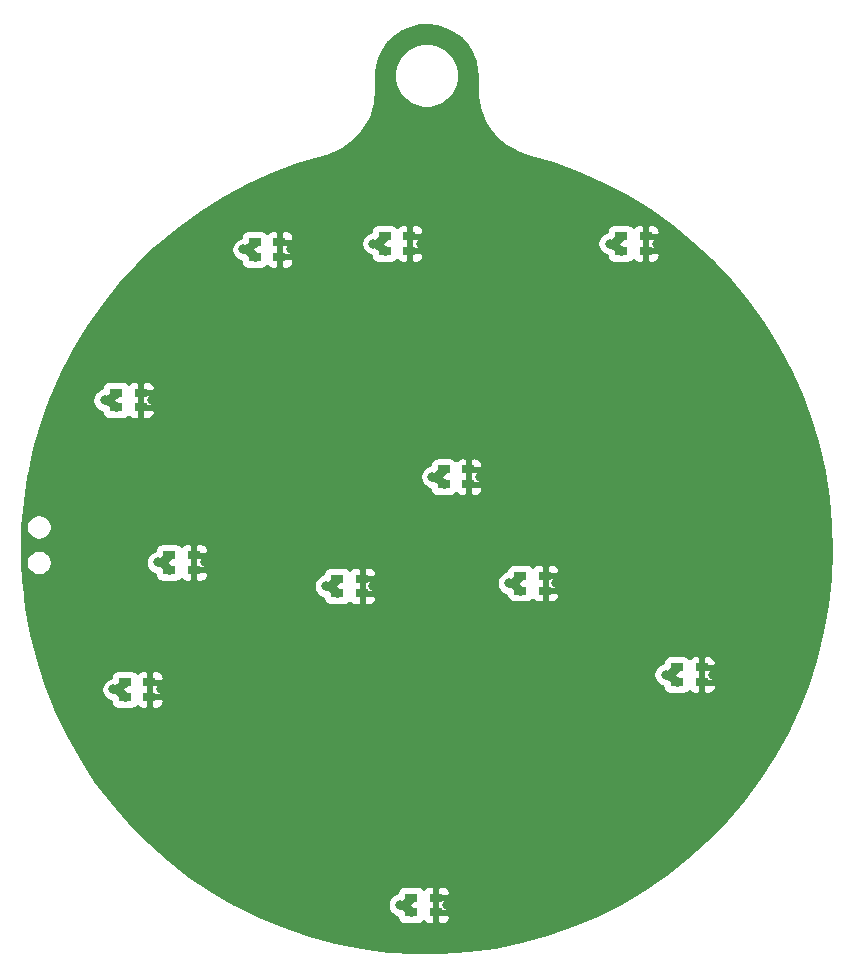
<source format=gbr>
%TF.GenerationSoftware,KiCad,Pcbnew,(5.1.10)-1*%
%TF.CreationDate,2021-10-17T16:42:44+02:00*%
%TF.ProjectId,TVZ_kuglica,54565a5f-6b75-4676-9c69-63612e6b6963,rev?*%
%TF.SameCoordinates,Original*%
%TF.FileFunction,Copper,L1,Top*%
%TF.FilePolarity,Positive*%
%FSLAX46Y46*%
G04 Gerber Fmt 4.6, Leading zero omitted, Abs format (unit mm)*
G04 Created by KiCad (PCBNEW (5.1.10)-1) date 2021-10-17 16:42:44*
%MOMM*%
%LPD*%
G01*
G04 APERTURE LIST*
%TA.AperFunction,SMDPad,CuDef*%
%ADD10R,1.100000X0.750000*%
%TD*%
%TA.AperFunction,ViaPad*%
%ADD11C,0.800000*%
%TD*%
%TA.AperFunction,Conductor*%
%ADD12C,0.762000*%
%TD*%
%TA.AperFunction,Conductor*%
%ADD13C,0.254000*%
%TD*%
%TA.AperFunction,Conductor*%
%ADD14C,0.100000*%
%TD*%
G04 APERTURE END LIST*
D10*
%TO.P,D1,1*%
%TO.N,Net-(D1-Pad1)*%
X110700000Y-86875000D03*
%TO.P,D1,2*%
%TO.N,GND*%
X112800000Y-86875000D03*
%TO.P,D1,1*%
%TO.N,Net-(D1-Pad1)*%
X110700000Y-88125000D03*
%TO.P,D1,2*%
%TO.N,GND*%
X112800000Y-88125000D03*
%TD*%
%TO.P,D2,2*%
%TO.N,GND*%
X124550000Y-75375000D03*
%TO.P,D2,1*%
%TO.N,Net-(D1-Pad1)*%
X122450000Y-75375000D03*
%TO.P,D2,2*%
%TO.N,GND*%
X124550000Y-74125000D03*
%TO.P,D2,1*%
%TO.N,Net-(D1-Pad1)*%
X122450000Y-74125000D03*
%TD*%
%TO.P,D3,1*%
%TO.N,Net-(D1-Pad1)*%
X153450000Y-73625000D03*
%TO.P,D3,2*%
%TO.N,GND*%
X155550000Y-73625000D03*
%TO.P,D3,1*%
%TO.N,Net-(D1-Pad1)*%
X153450000Y-74875000D03*
%TO.P,D3,2*%
%TO.N,GND*%
X155550000Y-74875000D03*
%TD*%
%TO.P,D4,2*%
%TO.N,GND*%
X131550000Y-103875000D03*
%TO.P,D4,1*%
%TO.N,Net-(D1-Pad1)*%
X129450000Y-103875000D03*
%TO.P,D4,2*%
%TO.N,GND*%
X131550000Y-102625000D03*
%TO.P,D4,1*%
%TO.N,Net-(D1-Pad1)*%
X129450000Y-102625000D03*
%TD*%
%TO.P,D5,1*%
%TO.N,Net-(D1-Pad1)*%
X111450000Y-111375000D03*
%TO.P,D5,2*%
%TO.N,GND*%
X113550000Y-111375000D03*
%TO.P,D5,1*%
%TO.N,Net-(D1-Pad1)*%
X111450000Y-112625000D03*
%TO.P,D5,2*%
%TO.N,GND*%
X113550000Y-112625000D03*
%TD*%
%TO.P,D6,2*%
%TO.N,GND*%
X117300000Y-101875000D03*
%TO.P,D6,1*%
%TO.N,Net-(D1-Pad1)*%
X115200000Y-101875000D03*
%TO.P,D6,2*%
%TO.N,GND*%
X117300000Y-100625000D03*
%TO.P,D6,1*%
%TO.N,Net-(D1-Pad1)*%
X115200000Y-100625000D03*
%TD*%
%TO.P,D8,2*%
%TO.N,GND*%
X160300000Y-111375000D03*
%TO.P,D8,1*%
%TO.N,Net-(D1-Pad1)*%
X158200000Y-111375000D03*
%TO.P,D8,2*%
%TO.N,GND*%
X160300000Y-110125000D03*
%TO.P,D8,1*%
%TO.N,Net-(D1-Pad1)*%
X158200000Y-110125000D03*
%TD*%
%TO.P,D9,1*%
%TO.N,Net-(D1-Pad1)*%
X133450000Y-73625000D03*
%TO.P,D9,2*%
%TO.N,GND*%
X135550000Y-73625000D03*
%TO.P,D9,1*%
%TO.N,Net-(D1-Pad1)*%
X133450000Y-74875000D03*
%TO.P,D9,2*%
%TO.N,GND*%
X135550000Y-74875000D03*
%TD*%
%TO.P,D10,2*%
%TO.N,GND*%
X147050000Y-103625000D03*
%TO.P,D10,1*%
%TO.N,Net-(D1-Pad1)*%
X144950000Y-103625000D03*
%TO.P,D10,2*%
%TO.N,GND*%
X147050000Y-102375000D03*
%TO.P,D10,1*%
%TO.N,Net-(D1-Pad1)*%
X144950000Y-102375000D03*
%TD*%
%TO.P,D7,1*%
%TO.N,Net-(D1-Pad1)*%
X135700000Y-129625000D03*
%TO.P,D7,2*%
%TO.N,GND*%
X137800000Y-129625000D03*
%TO.P,D7,1*%
%TO.N,Net-(D1-Pad1)*%
X135700000Y-130875000D03*
%TO.P,D7,2*%
%TO.N,GND*%
X137800000Y-130875000D03*
%TD*%
%TO.P,D11,1*%
%TO.N,Net-(D1-Pad1)*%
X138450000Y-93375000D03*
%TO.P,D11,2*%
%TO.N,GND*%
X140550000Y-93375000D03*
%TO.P,D11,1*%
%TO.N,Net-(D1-Pad1)*%
X138450000Y-94625000D03*
%TO.P,D11,2*%
%TO.N,GND*%
X140550000Y-94625000D03*
%TD*%
D11*
%TO.N,Net-(D1-Pad1)*%
X144000000Y-103000000D03*
X157250000Y-110750000D03*
X109750000Y-87500000D03*
X121500000Y-74750000D03*
X132500000Y-74250000D03*
X152500000Y-74250000D03*
X128500000Y-103250000D03*
X114250000Y-101250000D03*
X110500000Y-112000000D03*
X134750000Y-130250000D03*
X137500000Y-94000000D03*
%TO.N,GND*%
X155750000Y-76750000D03*
X130750000Y-73250000D03*
X120250000Y-84000000D03*
X126250000Y-93250000D03*
X120250000Y-105250000D03*
X127000000Y-101500000D03*
X112500000Y-118000000D03*
X118000000Y-110250000D03*
X138000000Y-112250000D03*
X149750000Y-117000000D03*
X147000000Y-108250000D03*
X165000000Y-105250000D03*
X161250000Y-117250000D03*
X155250000Y-97750000D03*
X157750000Y-90000000D03*
X143000000Y-99750000D03*
X161250000Y-110750000D03*
X132500000Y-103250000D03*
X148000000Y-103000000D03*
X114500000Y-112000000D03*
X118250000Y-101250000D03*
X113750000Y-87500000D03*
X136500000Y-74250000D03*
X156500000Y-74250000D03*
X125500000Y-74750000D03*
X134500000Y-132750000D03*
X122000000Y-129500000D03*
X138750000Y-130250000D03*
X141500000Y-94000000D03*
%TD*%
D12*
%TO.N,Net-(D1-Pad1)*%
X110825000Y-112000000D02*
X111450000Y-111375000D01*
X110825000Y-112000000D02*
X111450000Y-112625000D01*
X110500000Y-112000000D02*
X110825000Y-112000000D01*
X114575000Y-101250000D02*
X115200000Y-100625000D01*
X114575000Y-101250000D02*
X115200000Y-101875000D01*
X114250000Y-101250000D02*
X114575000Y-101250000D01*
X128825000Y-103250000D02*
X129450000Y-103875000D01*
X128825000Y-103250000D02*
X129450000Y-102625000D01*
X128500000Y-103250000D02*
X128825000Y-103250000D01*
X152825000Y-74250000D02*
X153450000Y-74875000D01*
X152825000Y-74250000D02*
X153450000Y-73625000D01*
X157575000Y-110750000D02*
X158200000Y-110125000D01*
X157575000Y-110750000D02*
X158200000Y-111375000D01*
X157250000Y-110750000D02*
X157575000Y-110750000D01*
X144325000Y-103000000D02*
X144950000Y-102375000D01*
X144325000Y-103000000D02*
X144950000Y-103625000D01*
X144000000Y-103000000D02*
X144325000Y-103000000D01*
X110075000Y-87500000D02*
X110700000Y-86875000D01*
X110075000Y-87500000D02*
X110700000Y-88125000D01*
X109750000Y-87500000D02*
X110075000Y-87500000D01*
X121825000Y-74750000D02*
X122450000Y-74125000D01*
X121825000Y-74750000D02*
X122450000Y-75375000D01*
X121500000Y-74750000D02*
X121825000Y-74750000D01*
X132825000Y-74250000D02*
X133450000Y-73625000D01*
X132825000Y-74250000D02*
X133450000Y-74875000D01*
X135075000Y-130250000D02*
X135700000Y-129625000D01*
X135075000Y-130250000D02*
X135700000Y-130875000D01*
X134750000Y-130250000D02*
X135075000Y-130250000D01*
X137825000Y-94000000D02*
X138450000Y-94625000D01*
X137825000Y-94000000D02*
X138450000Y-93375000D01*
X137500000Y-94000000D02*
X137825000Y-94000000D01*
%TD*%
D13*
%TO.N,GND*%
X137886138Y-55831059D02*
X138610388Y-56053867D01*
X139283738Y-56401409D01*
X139884901Y-56862699D01*
X140394872Y-57423149D01*
X140797540Y-58065057D01*
X141080170Y-58768122D01*
X141236190Y-59521513D01*
X141265000Y-60021169D01*
X141265001Y-61306272D01*
X141266298Y-61319440D01*
X141278413Y-61656049D01*
X141278863Y-61659632D01*
X141278707Y-61663242D01*
X141287438Y-61747410D01*
X141429908Y-62624862D01*
X141435629Y-62647269D01*
X141438736Y-62670183D01*
X141462234Y-62751474D01*
X141757835Y-63589830D01*
X141767433Y-63610870D01*
X141774549Y-63632871D01*
X141812059Y-63708691D01*
X141812071Y-63708717D01*
X141812077Y-63708725D01*
X142251461Y-64481476D01*
X142264630Y-64500478D01*
X142275533Y-64520879D01*
X142325894Y-64588881D01*
X142895182Y-65271616D01*
X142911512Y-65287990D01*
X142925851Y-65306132D01*
X142987458Y-65364142D01*
X143668651Y-65935276D01*
X143687625Y-65948502D01*
X143704950Y-65963817D01*
X143775855Y-66010000D01*
X144547423Y-66451478D01*
X144568436Y-66461133D01*
X144588200Y-66473139D01*
X144666163Y-66506036D01*
X145503715Y-66803905D01*
X145508021Y-66805017D01*
X145525587Y-66811299D01*
X145542755Y-66816572D01*
X147746053Y-67464098D01*
X149878711Y-68247813D01*
X151954729Y-69171140D01*
X153965017Y-70230036D01*
X155900673Y-71419812D01*
X157753239Y-72735268D01*
X159514561Y-74170616D01*
X161176886Y-75719540D01*
X162732884Y-77375207D01*
X164175738Y-79130360D01*
X165499106Y-80977290D01*
X166697162Y-82907865D01*
X167764630Y-84913581D01*
X168696830Y-86985643D01*
X169489658Y-89114933D01*
X170139624Y-91292080D01*
X170643873Y-93507517D01*
X171000188Y-95751501D01*
X171207004Y-98014175D01*
X171263407Y-100285560D01*
X171169153Y-102555700D01*
X170924654Y-104814605D01*
X170530986Y-107052337D01*
X169989882Y-109259064D01*
X169303718Y-111425077D01*
X168475512Y-113540851D01*
X167508906Y-115597090D01*
X166408155Y-117584736D01*
X165178083Y-119495080D01*
X163824120Y-121319689D01*
X162352204Y-123050560D01*
X160768823Y-124680064D01*
X159080926Y-126201055D01*
X157295931Y-127606843D01*
X155421695Y-128891239D01*
X153466456Y-130048599D01*
X151438820Y-131073832D01*
X149347702Y-131962428D01*
X147202263Y-132710493D01*
X145011999Y-133314718D01*
X142786467Y-133772464D01*
X140535523Y-134081705D01*
X138269022Y-134241089D01*
X135996953Y-134249911D01*
X133729262Y-134108134D01*
X131475992Y-133816385D01*
X129246983Y-133375938D01*
X127052076Y-132788738D01*
X124900917Y-132057366D01*
X122802939Y-131185029D01*
X120767401Y-130175574D01*
X120720087Y-130148061D01*
X133715000Y-130148061D01*
X133715000Y-130351939D01*
X133754774Y-130551898D01*
X133832795Y-130740256D01*
X133946063Y-130909774D01*
X134090226Y-131053937D01*
X134259744Y-131167205D01*
X134448102Y-131245226D01*
X134512724Y-131258080D01*
X134524188Y-131374482D01*
X134560498Y-131494180D01*
X134619463Y-131604494D01*
X134698815Y-131701185D01*
X134795506Y-131780537D01*
X134905820Y-131839502D01*
X135025518Y-131875812D01*
X135150000Y-131888072D01*
X135620375Y-131888072D01*
X135699999Y-131895914D01*
X135779623Y-131888072D01*
X136250000Y-131888072D01*
X136374482Y-131875812D01*
X136494180Y-131839502D01*
X136604494Y-131780537D01*
X136701185Y-131701185D01*
X136750000Y-131641704D01*
X136798815Y-131701185D01*
X136895506Y-131780537D01*
X137005820Y-131839502D01*
X137125518Y-131875812D01*
X137250000Y-131888072D01*
X137514250Y-131885000D01*
X137673000Y-131726250D01*
X137673000Y-131002000D01*
X137927000Y-131002000D01*
X137927000Y-131726250D01*
X138085750Y-131885000D01*
X138350000Y-131888072D01*
X138474482Y-131875812D01*
X138594180Y-131839502D01*
X138704494Y-131780537D01*
X138801185Y-131701185D01*
X138880537Y-131604494D01*
X138939502Y-131494180D01*
X138975812Y-131374482D01*
X138988072Y-131250000D01*
X138985000Y-131160750D01*
X138826250Y-131002000D01*
X137927000Y-131002000D01*
X137673000Y-131002000D01*
X137653000Y-131002000D01*
X137653000Y-130748000D01*
X137673000Y-130748000D01*
X137673000Y-129752000D01*
X137927000Y-129752000D01*
X137927000Y-130748000D01*
X138826250Y-130748000D01*
X138985000Y-130589250D01*
X138988072Y-130500000D01*
X138975812Y-130375518D01*
X138939502Y-130255820D01*
X138936391Y-130250000D01*
X138939502Y-130244180D01*
X138975812Y-130124482D01*
X138988072Y-130000000D01*
X138985000Y-129910750D01*
X138826250Y-129752000D01*
X137927000Y-129752000D01*
X137673000Y-129752000D01*
X137653000Y-129752000D01*
X137653000Y-129498000D01*
X137673000Y-129498000D01*
X137673000Y-128773750D01*
X137927000Y-128773750D01*
X137927000Y-129498000D01*
X138826250Y-129498000D01*
X138985000Y-129339250D01*
X138988072Y-129250000D01*
X138975812Y-129125518D01*
X138939502Y-129005820D01*
X138880537Y-128895506D01*
X138801185Y-128798815D01*
X138704494Y-128719463D01*
X138594180Y-128660498D01*
X138474482Y-128624188D01*
X138350000Y-128611928D01*
X138085750Y-128615000D01*
X137927000Y-128773750D01*
X137673000Y-128773750D01*
X137514250Y-128615000D01*
X137250000Y-128611928D01*
X137125518Y-128624188D01*
X137005820Y-128660498D01*
X136895506Y-128719463D01*
X136798815Y-128798815D01*
X136750000Y-128858296D01*
X136701185Y-128798815D01*
X136604494Y-128719463D01*
X136494180Y-128660498D01*
X136374482Y-128624188D01*
X136250000Y-128611928D01*
X135779623Y-128611928D01*
X135699999Y-128604086D01*
X135620375Y-128611928D01*
X135150000Y-128611928D01*
X135025518Y-128624188D01*
X134905820Y-128660498D01*
X134795506Y-128719463D01*
X134698815Y-128798815D01*
X134619463Y-128895506D01*
X134560498Y-129005820D01*
X134524188Y-129125518D01*
X134512724Y-129241920D01*
X134448102Y-129254774D01*
X134259744Y-129332795D01*
X134090226Y-129446063D01*
X133946063Y-129590226D01*
X133832795Y-129759744D01*
X133754774Y-129948102D01*
X133715000Y-130148061D01*
X120720087Y-130148061D01*
X118803237Y-129033435D01*
X116919085Y-127763634D01*
X115123223Y-126371749D01*
X113423564Y-124863914D01*
X111827572Y-123246751D01*
X110342263Y-121527368D01*
X108974171Y-119713331D01*
X107729304Y-117812605D01*
X106613144Y-115833557D01*
X105630601Y-113784897D01*
X104875062Y-111898061D01*
X109465000Y-111898061D01*
X109465000Y-112101939D01*
X109504774Y-112301898D01*
X109582795Y-112490256D01*
X109696063Y-112659774D01*
X109840226Y-112803937D01*
X110009744Y-112917205D01*
X110198102Y-112995226D01*
X110262724Y-113008080D01*
X110274188Y-113124482D01*
X110310498Y-113244180D01*
X110369463Y-113354494D01*
X110448815Y-113451185D01*
X110545506Y-113530537D01*
X110655820Y-113589502D01*
X110775518Y-113625812D01*
X110900000Y-113638072D01*
X111370375Y-113638072D01*
X111449999Y-113645914D01*
X111529623Y-113638072D01*
X112000000Y-113638072D01*
X112124482Y-113625812D01*
X112244180Y-113589502D01*
X112354494Y-113530537D01*
X112451185Y-113451185D01*
X112500000Y-113391704D01*
X112548815Y-113451185D01*
X112645506Y-113530537D01*
X112755820Y-113589502D01*
X112875518Y-113625812D01*
X113000000Y-113638072D01*
X113264250Y-113635000D01*
X113423000Y-113476250D01*
X113423000Y-112752000D01*
X113677000Y-112752000D01*
X113677000Y-113476250D01*
X113835750Y-113635000D01*
X114100000Y-113638072D01*
X114224482Y-113625812D01*
X114344180Y-113589502D01*
X114454494Y-113530537D01*
X114551185Y-113451185D01*
X114630537Y-113354494D01*
X114689502Y-113244180D01*
X114725812Y-113124482D01*
X114738072Y-113000000D01*
X114735000Y-112910750D01*
X114576250Y-112752000D01*
X113677000Y-112752000D01*
X113423000Y-112752000D01*
X113403000Y-112752000D01*
X113403000Y-112498000D01*
X113423000Y-112498000D01*
X113423000Y-111502000D01*
X113677000Y-111502000D01*
X113677000Y-112498000D01*
X114576250Y-112498000D01*
X114735000Y-112339250D01*
X114738072Y-112250000D01*
X114725812Y-112125518D01*
X114689502Y-112005820D01*
X114686391Y-112000000D01*
X114689502Y-111994180D01*
X114725812Y-111874482D01*
X114738072Y-111750000D01*
X114735000Y-111660750D01*
X114576250Y-111502000D01*
X113677000Y-111502000D01*
X113423000Y-111502000D01*
X113403000Y-111502000D01*
X113403000Y-111248000D01*
X113423000Y-111248000D01*
X113423000Y-110523750D01*
X113677000Y-110523750D01*
X113677000Y-111248000D01*
X114576250Y-111248000D01*
X114735000Y-111089250D01*
X114738072Y-111000000D01*
X114725812Y-110875518D01*
X114689502Y-110755820D01*
X114631903Y-110648061D01*
X156215000Y-110648061D01*
X156215000Y-110851939D01*
X156254774Y-111051898D01*
X156332795Y-111240256D01*
X156446063Y-111409774D01*
X156590226Y-111553937D01*
X156759744Y-111667205D01*
X156948102Y-111745226D01*
X157012724Y-111758080D01*
X157024188Y-111874482D01*
X157060498Y-111994180D01*
X157119463Y-112104494D01*
X157198815Y-112201185D01*
X157295506Y-112280537D01*
X157405820Y-112339502D01*
X157525518Y-112375812D01*
X157650000Y-112388072D01*
X158120375Y-112388072D01*
X158199999Y-112395914D01*
X158279623Y-112388072D01*
X158750000Y-112388072D01*
X158874482Y-112375812D01*
X158994180Y-112339502D01*
X159104494Y-112280537D01*
X159201185Y-112201185D01*
X159250000Y-112141704D01*
X159298815Y-112201185D01*
X159395506Y-112280537D01*
X159505820Y-112339502D01*
X159625518Y-112375812D01*
X159750000Y-112388072D01*
X160014250Y-112385000D01*
X160173000Y-112226250D01*
X160173000Y-111502000D01*
X160427000Y-111502000D01*
X160427000Y-112226250D01*
X160585750Y-112385000D01*
X160850000Y-112388072D01*
X160974482Y-112375812D01*
X161094180Y-112339502D01*
X161204494Y-112280537D01*
X161301185Y-112201185D01*
X161380537Y-112104494D01*
X161439502Y-111994180D01*
X161475812Y-111874482D01*
X161488072Y-111750000D01*
X161485000Y-111660750D01*
X161326250Y-111502000D01*
X160427000Y-111502000D01*
X160173000Y-111502000D01*
X160153000Y-111502000D01*
X160153000Y-111248000D01*
X160173000Y-111248000D01*
X160173000Y-110252000D01*
X160427000Y-110252000D01*
X160427000Y-111248000D01*
X161326250Y-111248000D01*
X161485000Y-111089250D01*
X161488072Y-111000000D01*
X161475812Y-110875518D01*
X161439502Y-110755820D01*
X161436391Y-110750000D01*
X161439502Y-110744180D01*
X161475812Y-110624482D01*
X161488072Y-110500000D01*
X161485000Y-110410750D01*
X161326250Y-110252000D01*
X160427000Y-110252000D01*
X160173000Y-110252000D01*
X160153000Y-110252000D01*
X160153000Y-109998000D01*
X160173000Y-109998000D01*
X160173000Y-109273750D01*
X160427000Y-109273750D01*
X160427000Y-109998000D01*
X161326250Y-109998000D01*
X161485000Y-109839250D01*
X161488072Y-109750000D01*
X161475812Y-109625518D01*
X161439502Y-109505820D01*
X161380537Y-109395506D01*
X161301185Y-109298815D01*
X161204494Y-109219463D01*
X161094180Y-109160498D01*
X160974482Y-109124188D01*
X160850000Y-109111928D01*
X160585750Y-109115000D01*
X160427000Y-109273750D01*
X160173000Y-109273750D01*
X160014250Y-109115000D01*
X159750000Y-109111928D01*
X159625518Y-109124188D01*
X159505820Y-109160498D01*
X159395506Y-109219463D01*
X159298815Y-109298815D01*
X159250000Y-109358296D01*
X159201185Y-109298815D01*
X159104494Y-109219463D01*
X158994180Y-109160498D01*
X158874482Y-109124188D01*
X158750000Y-109111928D01*
X158279623Y-109111928D01*
X158199999Y-109104086D01*
X158120375Y-109111928D01*
X157650000Y-109111928D01*
X157525518Y-109124188D01*
X157405820Y-109160498D01*
X157295506Y-109219463D01*
X157198815Y-109298815D01*
X157119463Y-109395506D01*
X157060498Y-109505820D01*
X157024188Y-109625518D01*
X157012724Y-109741920D01*
X156948102Y-109754774D01*
X156759744Y-109832795D01*
X156590226Y-109946063D01*
X156446063Y-110090226D01*
X156332795Y-110259744D01*
X156254774Y-110448102D01*
X156215000Y-110648061D01*
X114631903Y-110648061D01*
X114630537Y-110645506D01*
X114551185Y-110548815D01*
X114454494Y-110469463D01*
X114344180Y-110410498D01*
X114224482Y-110374188D01*
X114100000Y-110361928D01*
X113835750Y-110365000D01*
X113677000Y-110523750D01*
X113423000Y-110523750D01*
X113264250Y-110365000D01*
X113000000Y-110361928D01*
X112875518Y-110374188D01*
X112755820Y-110410498D01*
X112645506Y-110469463D01*
X112548815Y-110548815D01*
X112500000Y-110608296D01*
X112451185Y-110548815D01*
X112354494Y-110469463D01*
X112244180Y-110410498D01*
X112124482Y-110374188D01*
X112000000Y-110361928D01*
X111529623Y-110361928D01*
X111449999Y-110354086D01*
X111370375Y-110361928D01*
X110900000Y-110361928D01*
X110775518Y-110374188D01*
X110655820Y-110410498D01*
X110545506Y-110469463D01*
X110448815Y-110548815D01*
X110369463Y-110645506D01*
X110310498Y-110755820D01*
X110274188Y-110875518D01*
X110262724Y-110991920D01*
X110198102Y-111004774D01*
X110009744Y-111082795D01*
X109840226Y-111196063D01*
X109696063Y-111340226D01*
X109582795Y-111509744D01*
X109504774Y-111698102D01*
X109465000Y-111898061D01*
X104875062Y-111898061D01*
X104785986Y-111675609D01*
X104083026Y-109515005D01*
X103524797Y-107312547D01*
X103113763Y-105077935D01*
X102889701Y-103148061D01*
X127465000Y-103148061D01*
X127465000Y-103351939D01*
X127504774Y-103551898D01*
X127582795Y-103740256D01*
X127696063Y-103909774D01*
X127840226Y-104053937D01*
X128009744Y-104167205D01*
X128198102Y-104245226D01*
X128262724Y-104258080D01*
X128274188Y-104374482D01*
X128310498Y-104494180D01*
X128369463Y-104604494D01*
X128448815Y-104701185D01*
X128545506Y-104780537D01*
X128655820Y-104839502D01*
X128775518Y-104875812D01*
X128900000Y-104888072D01*
X129370375Y-104888072D01*
X129449999Y-104895914D01*
X129529623Y-104888072D01*
X130000000Y-104888072D01*
X130124482Y-104875812D01*
X130244180Y-104839502D01*
X130354494Y-104780537D01*
X130451185Y-104701185D01*
X130500000Y-104641704D01*
X130548815Y-104701185D01*
X130645506Y-104780537D01*
X130755820Y-104839502D01*
X130875518Y-104875812D01*
X131000000Y-104888072D01*
X131264250Y-104885000D01*
X131423000Y-104726250D01*
X131423000Y-104002000D01*
X131677000Y-104002000D01*
X131677000Y-104726250D01*
X131835750Y-104885000D01*
X132100000Y-104888072D01*
X132224482Y-104875812D01*
X132344180Y-104839502D01*
X132454494Y-104780537D01*
X132551185Y-104701185D01*
X132630537Y-104604494D01*
X132689502Y-104494180D01*
X132725812Y-104374482D01*
X132738072Y-104250000D01*
X132735000Y-104160750D01*
X132576250Y-104002000D01*
X131677000Y-104002000D01*
X131423000Y-104002000D01*
X131403000Y-104002000D01*
X131403000Y-103748000D01*
X131423000Y-103748000D01*
X131423000Y-102752000D01*
X131677000Y-102752000D01*
X131677000Y-103748000D01*
X132576250Y-103748000D01*
X132735000Y-103589250D01*
X132738072Y-103500000D01*
X132725812Y-103375518D01*
X132689502Y-103255820D01*
X132686391Y-103250000D01*
X132689502Y-103244180D01*
X132725812Y-103124482D01*
X132738072Y-103000000D01*
X132735000Y-102910750D01*
X132722311Y-102898061D01*
X142965000Y-102898061D01*
X142965000Y-103101939D01*
X143004774Y-103301898D01*
X143082795Y-103490256D01*
X143196063Y-103659774D01*
X143340226Y-103803937D01*
X143509744Y-103917205D01*
X143698102Y-103995226D01*
X143762724Y-104008080D01*
X143774188Y-104124482D01*
X143810498Y-104244180D01*
X143869463Y-104354494D01*
X143948815Y-104451185D01*
X144045506Y-104530537D01*
X144155820Y-104589502D01*
X144275518Y-104625812D01*
X144400000Y-104638072D01*
X144870375Y-104638072D01*
X144949999Y-104645914D01*
X145029623Y-104638072D01*
X145500000Y-104638072D01*
X145624482Y-104625812D01*
X145744180Y-104589502D01*
X145854494Y-104530537D01*
X145951185Y-104451185D01*
X146000000Y-104391704D01*
X146048815Y-104451185D01*
X146145506Y-104530537D01*
X146255820Y-104589502D01*
X146375518Y-104625812D01*
X146500000Y-104638072D01*
X146764250Y-104635000D01*
X146923000Y-104476250D01*
X146923000Y-103752000D01*
X147177000Y-103752000D01*
X147177000Y-104476250D01*
X147335750Y-104635000D01*
X147600000Y-104638072D01*
X147724482Y-104625812D01*
X147844180Y-104589502D01*
X147954494Y-104530537D01*
X148051185Y-104451185D01*
X148130537Y-104354494D01*
X148189502Y-104244180D01*
X148225812Y-104124482D01*
X148238072Y-104000000D01*
X148235000Y-103910750D01*
X148076250Y-103752000D01*
X147177000Y-103752000D01*
X146923000Y-103752000D01*
X146903000Y-103752000D01*
X146903000Y-103498000D01*
X146923000Y-103498000D01*
X146923000Y-102502000D01*
X147177000Y-102502000D01*
X147177000Y-103498000D01*
X148076250Y-103498000D01*
X148235000Y-103339250D01*
X148238072Y-103250000D01*
X148225812Y-103125518D01*
X148189502Y-103005820D01*
X148186391Y-103000000D01*
X148189502Y-102994180D01*
X148225812Y-102874482D01*
X148238072Y-102750000D01*
X148235000Y-102660750D01*
X148076250Y-102502000D01*
X147177000Y-102502000D01*
X146923000Y-102502000D01*
X146903000Y-102502000D01*
X146903000Y-102248000D01*
X146923000Y-102248000D01*
X146923000Y-101523750D01*
X147177000Y-101523750D01*
X147177000Y-102248000D01*
X148076250Y-102248000D01*
X148235000Y-102089250D01*
X148238072Y-102000000D01*
X148225812Y-101875518D01*
X148189502Y-101755820D01*
X148130537Y-101645506D01*
X148051185Y-101548815D01*
X147954494Y-101469463D01*
X147844180Y-101410498D01*
X147724482Y-101374188D01*
X147600000Y-101361928D01*
X147335750Y-101365000D01*
X147177000Y-101523750D01*
X146923000Y-101523750D01*
X146764250Y-101365000D01*
X146500000Y-101361928D01*
X146375518Y-101374188D01*
X146255820Y-101410498D01*
X146145506Y-101469463D01*
X146048815Y-101548815D01*
X146000000Y-101608296D01*
X145951185Y-101548815D01*
X145854494Y-101469463D01*
X145744180Y-101410498D01*
X145624482Y-101374188D01*
X145500000Y-101361928D01*
X145029623Y-101361928D01*
X144949999Y-101354086D01*
X144870375Y-101361928D01*
X144400000Y-101361928D01*
X144275518Y-101374188D01*
X144155820Y-101410498D01*
X144045506Y-101469463D01*
X143948815Y-101548815D01*
X143869463Y-101645506D01*
X143810498Y-101755820D01*
X143774188Y-101875518D01*
X143762724Y-101991920D01*
X143698102Y-102004774D01*
X143509744Y-102082795D01*
X143340226Y-102196063D01*
X143196063Y-102340226D01*
X143082795Y-102509744D01*
X143004774Y-102698102D01*
X142965000Y-102898061D01*
X132722311Y-102898061D01*
X132576250Y-102752000D01*
X131677000Y-102752000D01*
X131423000Y-102752000D01*
X131403000Y-102752000D01*
X131403000Y-102498000D01*
X131423000Y-102498000D01*
X131423000Y-101773750D01*
X131677000Y-101773750D01*
X131677000Y-102498000D01*
X132576250Y-102498000D01*
X132735000Y-102339250D01*
X132738072Y-102250000D01*
X132725812Y-102125518D01*
X132689502Y-102005820D01*
X132630537Y-101895506D01*
X132551185Y-101798815D01*
X132454494Y-101719463D01*
X132344180Y-101660498D01*
X132224482Y-101624188D01*
X132100000Y-101611928D01*
X131835750Y-101615000D01*
X131677000Y-101773750D01*
X131423000Y-101773750D01*
X131264250Y-101615000D01*
X131000000Y-101611928D01*
X130875518Y-101624188D01*
X130755820Y-101660498D01*
X130645506Y-101719463D01*
X130548815Y-101798815D01*
X130500000Y-101858296D01*
X130451185Y-101798815D01*
X130354494Y-101719463D01*
X130244180Y-101660498D01*
X130124482Y-101624188D01*
X130000000Y-101611928D01*
X129529623Y-101611928D01*
X129449999Y-101604086D01*
X129370375Y-101611928D01*
X128900000Y-101611928D01*
X128775518Y-101624188D01*
X128655820Y-101660498D01*
X128545506Y-101719463D01*
X128448815Y-101798815D01*
X128369463Y-101895506D01*
X128310498Y-102005820D01*
X128274188Y-102125518D01*
X128262724Y-102241920D01*
X128198102Y-102254774D01*
X128009744Y-102332795D01*
X127840226Y-102446063D01*
X127696063Y-102590226D01*
X127582795Y-102759744D01*
X127504774Y-102948102D01*
X127465000Y-103148061D01*
X102889701Y-103148061D01*
X102851726Y-102820985D01*
X102769006Y-101143137D01*
X103085000Y-101143137D01*
X103085000Y-101356863D01*
X103126696Y-101566483D01*
X103208485Y-101763940D01*
X103327225Y-101941647D01*
X103478353Y-102092775D01*
X103656060Y-102211515D01*
X103853517Y-102293304D01*
X104063137Y-102335000D01*
X104276863Y-102335000D01*
X104486483Y-102293304D01*
X104683940Y-102211515D01*
X104861647Y-102092775D01*
X105012775Y-101941647D01*
X105131515Y-101763940D01*
X105213304Y-101566483D01*
X105255000Y-101356863D01*
X105255000Y-101148061D01*
X113215000Y-101148061D01*
X113215000Y-101351939D01*
X113254774Y-101551898D01*
X113332795Y-101740256D01*
X113446063Y-101909774D01*
X113590226Y-102053937D01*
X113759744Y-102167205D01*
X113948102Y-102245226D01*
X114012724Y-102258080D01*
X114024188Y-102374482D01*
X114060498Y-102494180D01*
X114119463Y-102604494D01*
X114198815Y-102701185D01*
X114295506Y-102780537D01*
X114405820Y-102839502D01*
X114525518Y-102875812D01*
X114650000Y-102888072D01*
X115120375Y-102888072D01*
X115199999Y-102895914D01*
X115279623Y-102888072D01*
X115750000Y-102888072D01*
X115874482Y-102875812D01*
X115994180Y-102839502D01*
X116104494Y-102780537D01*
X116201185Y-102701185D01*
X116250000Y-102641704D01*
X116298815Y-102701185D01*
X116395506Y-102780537D01*
X116505820Y-102839502D01*
X116625518Y-102875812D01*
X116750000Y-102888072D01*
X117014250Y-102885000D01*
X117173000Y-102726250D01*
X117173000Y-102002000D01*
X117427000Y-102002000D01*
X117427000Y-102726250D01*
X117585750Y-102885000D01*
X117850000Y-102888072D01*
X117974482Y-102875812D01*
X118094180Y-102839502D01*
X118204494Y-102780537D01*
X118301185Y-102701185D01*
X118380537Y-102604494D01*
X118439502Y-102494180D01*
X118475812Y-102374482D01*
X118488072Y-102250000D01*
X118485000Y-102160750D01*
X118326250Y-102002000D01*
X117427000Y-102002000D01*
X117173000Y-102002000D01*
X117153000Y-102002000D01*
X117153000Y-101748000D01*
X117173000Y-101748000D01*
X117173000Y-100752000D01*
X117427000Y-100752000D01*
X117427000Y-101748000D01*
X118326250Y-101748000D01*
X118485000Y-101589250D01*
X118488072Y-101500000D01*
X118475812Y-101375518D01*
X118439502Y-101255820D01*
X118436391Y-101250000D01*
X118439502Y-101244180D01*
X118475812Y-101124482D01*
X118488072Y-101000000D01*
X118485000Y-100910750D01*
X118326250Y-100752000D01*
X117427000Y-100752000D01*
X117173000Y-100752000D01*
X117153000Y-100752000D01*
X117153000Y-100498000D01*
X117173000Y-100498000D01*
X117173000Y-99773750D01*
X117427000Y-99773750D01*
X117427000Y-100498000D01*
X118326250Y-100498000D01*
X118485000Y-100339250D01*
X118488072Y-100250000D01*
X118475812Y-100125518D01*
X118439502Y-100005820D01*
X118380537Y-99895506D01*
X118301185Y-99798815D01*
X118204494Y-99719463D01*
X118094180Y-99660498D01*
X117974482Y-99624188D01*
X117850000Y-99611928D01*
X117585750Y-99615000D01*
X117427000Y-99773750D01*
X117173000Y-99773750D01*
X117014250Y-99615000D01*
X116750000Y-99611928D01*
X116625518Y-99624188D01*
X116505820Y-99660498D01*
X116395506Y-99719463D01*
X116298815Y-99798815D01*
X116250000Y-99858296D01*
X116201185Y-99798815D01*
X116104494Y-99719463D01*
X115994180Y-99660498D01*
X115874482Y-99624188D01*
X115750000Y-99611928D01*
X115279623Y-99611928D01*
X115199999Y-99604086D01*
X115120375Y-99611928D01*
X114650000Y-99611928D01*
X114525518Y-99624188D01*
X114405820Y-99660498D01*
X114295506Y-99719463D01*
X114198815Y-99798815D01*
X114119463Y-99895506D01*
X114060498Y-100005820D01*
X114024188Y-100125518D01*
X114012724Y-100241920D01*
X113948102Y-100254774D01*
X113759744Y-100332795D01*
X113590226Y-100446063D01*
X113446063Y-100590226D01*
X113332795Y-100759744D01*
X113254774Y-100948102D01*
X113215000Y-101148061D01*
X105255000Y-101148061D01*
X105255000Y-101143137D01*
X105213304Y-100933517D01*
X105131515Y-100736060D01*
X105012775Y-100558353D01*
X104861647Y-100407225D01*
X104683940Y-100288485D01*
X104486483Y-100206696D01*
X104276863Y-100165000D01*
X104063137Y-100165000D01*
X103853517Y-100206696D01*
X103656060Y-100288485D01*
X103478353Y-100407225D01*
X103327225Y-100558353D01*
X103208485Y-100736060D01*
X103126696Y-100933517D01*
X103085000Y-101143137D01*
X102769006Y-101143137D01*
X102739845Y-100551658D01*
X102778607Y-98279882D01*
X102790035Y-98143137D01*
X103085000Y-98143137D01*
X103085000Y-98356863D01*
X103126696Y-98566483D01*
X103208485Y-98763940D01*
X103327225Y-98941647D01*
X103478353Y-99092775D01*
X103656060Y-99211515D01*
X103853517Y-99293304D01*
X104063137Y-99335000D01*
X104276863Y-99335000D01*
X104486483Y-99293304D01*
X104683940Y-99211515D01*
X104861647Y-99092775D01*
X105012775Y-98941647D01*
X105131515Y-98763940D01*
X105213304Y-98566483D01*
X105255000Y-98356863D01*
X105255000Y-98143137D01*
X105213304Y-97933517D01*
X105131515Y-97736060D01*
X105012775Y-97558353D01*
X104861647Y-97407225D01*
X104683940Y-97288485D01*
X104486483Y-97206696D01*
X104276863Y-97165000D01*
X104063137Y-97165000D01*
X103853517Y-97206696D01*
X103656060Y-97288485D01*
X103478353Y-97407225D01*
X103327225Y-97558353D01*
X103208485Y-97736060D01*
X103126696Y-97933517D01*
X103085000Y-98143137D01*
X102790035Y-98143137D01*
X102967842Y-96015687D01*
X103287252Y-93898061D01*
X136465000Y-93898061D01*
X136465000Y-94101939D01*
X136504774Y-94301898D01*
X136582795Y-94490256D01*
X136696063Y-94659774D01*
X136840226Y-94803937D01*
X137009744Y-94917205D01*
X137198102Y-94995226D01*
X137262724Y-95008080D01*
X137274188Y-95124482D01*
X137310498Y-95244180D01*
X137369463Y-95354494D01*
X137448815Y-95451185D01*
X137545506Y-95530537D01*
X137655820Y-95589502D01*
X137775518Y-95625812D01*
X137900000Y-95638072D01*
X138370375Y-95638072D01*
X138449999Y-95645914D01*
X138529623Y-95638072D01*
X139000000Y-95638072D01*
X139124482Y-95625812D01*
X139244180Y-95589502D01*
X139354494Y-95530537D01*
X139451185Y-95451185D01*
X139500000Y-95391704D01*
X139548815Y-95451185D01*
X139645506Y-95530537D01*
X139755820Y-95589502D01*
X139875518Y-95625812D01*
X140000000Y-95638072D01*
X140264250Y-95635000D01*
X140423000Y-95476250D01*
X140423000Y-94752000D01*
X140677000Y-94752000D01*
X140677000Y-95476250D01*
X140835750Y-95635000D01*
X141100000Y-95638072D01*
X141224482Y-95625812D01*
X141344180Y-95589502D01*
X141454494Y-95530537D01*
X141551185Y-95451185D01*
X141630537Y-95354494D01*
X141689502Y-95244180D01*
X141725812Y-95124482D01*
X141738072Y-95000000D01*
X141735000Y-94910750D01*
X141576250Y-94752000D01*
X140677000Y-94752000D01*
X140423000Y-94752000D01*
X140403000Y-94752000D01*
X140403000Y-94498000D01*
X140423000Y-94498000D01*
X140423000Y-93502000D01*
X140677000Y-93502000D01*
X140677000Y-94498000D01*
X141576250Y-94498000D01*
X141735000Y-94339250D01*
X141738072Y-94250000D01*
X141725812Y-94125518D01*
X141689502Y-94005820D01*
X141686391Y-94000000D01*
X141689502Y-93994180D01*
X141725812Y-93874482D01*
X141738072Y-93750000D01*
X141735000Y-93660750D01*
X141576250Y-93502000D01*
X140677000Y-93502000D01*
X140423000Y-93502000D01*
X140403000Y-93502000D01*
X140403000Y-93248000D01*
X140423000Y-93248000D01*
X140423000Y-92523750D01*
X140677000Y-92523750D01*
X140677000Y-93248000D01*
X141576250Y-93248000D01*
X141735000Y-93089250D01*
X141738072Y-93000000D01*
X141725812Y-92875518D01*
X141689502Y-92755820D01*
X141630537Y-92645506D01*
X141551185Y-92548815D01*
X141454494Y-92469463D01*
X141344180Y-92410498D01*
X141224482Y-92374188D01*
X141100000Y-92361928D01*
X140835750Y-92365000D01*
X140677000Y-92523750D01*
X140423000Y-92523750D01*
X140264250Y-92365000D01*
X140000000Y-92361928D01*
X139875518Y-92374188D01*
X139755820Y-92410498D01*
X139645506Y-92469463D01*
X139548815Y-92548815D01*
X139500000Y-92608296D01*
X139451185Y-92548815D01*
X139354494Y-92469463D01*
X139244180Y-92410498D01*
X139124482Y-92374188D01*
X139000000Y-92361928D01*
X138529623Y-92361928D01*
X138449999Y-92354086D01*
X138370375Y-92361928D01*
X137900000Y-92361928D01*
X137775518Y-92374188D01*
X137655820Y-92410498D01*
X137545506Y-92469463D01*
X137448815Y-92548815D01*
X137369463Y-92645506D01*
X137310498Y-92755820D01*
X137274188Y-92875518D01*
X137262724Y-92991920D01*
X137198102Y-93004774D01*
X137009744Y-93082795D01*
X136840226Y-93196063D01*
X136696063Y-93340226D01*
X136582795Y-93509744D01*
X136504774Y-93698102D01*
X136465000Y-93898061D01*
X103287252Y-93898061D01*
X103306719Y-93768999D01*
X103793749Y-91549706D01*
X104426782Y-89367594D01*
X105142758Y-87398061D01*
X108715000Y-87398061D01*
X108715000Y-87601939D01*
X108754774Y-87801898D01*
X108832795Y-87990256D01*
X108946063Y-88159774D01*
X109090226Y-88303937D01*
X109259744Y-88417205D01*
X109448102Y-88495226D01*
X109512724Y-88508080D01*
X109524188Y-88624482D01*
X109560498Y-88744180D01*
X109619463Y-88854494D01*
X109698815Y-88951185D01*
X109795506Y-89030537D01*
X109905820Y-89089502D01*
X110025518Y-89125812D01*
X110150000Y-89138072D01*
X110620375Y-89138072D01*
X110699999Y-89145914D01*
X110779623Y-89138072D01*
X111250000Y-89138072D01*
X111374482Y-89125812D01*
X111494180Y-89089502D01*
X111604494Y-89030537D01*
X111701185Y-88951185D01*
X111750000Y-88891704D01*
X111798815Y-88951185D01*
X111895506Y-89030537D01*
X112005820Y-89089502D01*
X112125518Y-89125812D01*
X112250000Y-89138072D01*
X112514250Y-89135000D01*
X112673000Y-88976250D01*
X112673000Y-88252000D01*
X112927000Y-88252000D01*
X112927000Y-88976250D01*
X113085750Y-89135000D01*
X113350000Y-89138072D01*
X113474482Y-89125812D01*
X113594180Y-89089502D01*
X113704494Y-89030537D01*
X113801185Y-88951185D01*
X113880537Y-88854494D01*
X113939502Y-88744180D01*
X113975812Y-88624482D01*
X113988072Y-88500000D01*
X113985000Y-88410750D01*
X113826250Y-88252000D01*
X112927000Y-88252000D01*
X112673000Y-88252000D01*
X112653000Y-88252000D01*
X112653000Y-87998000D01*
X112673000Y-87998000D01*
X112673000Y-87002000D01*
X112927000Y-87002000D01*
X112927000Y-87998000D01*
X113826250Y-87998000D01*
X113985000Y-87839250D01*
X113988072Y-87750000D01*
X113975812Y-87625518D01*
X113939502Y-87505820D01*
X113936391Y-87500000D01*
X113939502Y-87494180D01*
X113975812Y-87374482D01*
X113988072Y-87250000D01*
X113985000Y-87160750D01*
X113826250Y-87002000D01*
X112927000Y-87002000D01*
X112673000Y-87002000D01*
X112653000Y-87002000D01*
X112653000Y-86748000D01*
X112673000Y-86748000D01*
X112673000Y-86023750D01*
X112927000Y-86023750D01*
X112927000Y-86748000D01*
X113826250Y-86748000D01*
X113985000Y-86589250D01*
X113988072Y-86500000D01*
X113975812Y-86375518D01*
X113939502Y-86255820D01*
X113880537Y-86145506D01*
X113801185Y-86048815D01*
X113704494Y-85969463D01*
X113594180Y-85910498D01*
X113474482Y-85874188D01*
X113350000Y-85861928D01*
X113085750Y-85865000D01*
X112927000Y-86023750D01*
X112673000Y-86023750D01*
X112514250Y-85865000D01*
X112250000Y-85861928D01*
X112125518Y-85874188D01*
X112005820Y-85910498D01*
X111895506Y-85969463D01*
X111798815Y-86048815D01*
X111750000Y-86108296D01*
X111701185Y-86048815D01*
X111604494Y-85969463D01*
X111494180Y-85910498D01*
X111374482Y-85874188D01*
X111250000Y-85861928D01*
X110779623Y-85861928D01*
X110699999Y-85854086D01*
X110620375Y-85861928D01*
X110150000Y-85861928D01*
X110025518Y-85874188D01*
X109905820Y-85910498D01*
X109795506Y-85969463D01*
X109698815Y-86048815D01*
X109619463Y-86145506D01*
X109560498Y-86255820D01*
X109524188Y-86375518D01*
X109512724Y-86491920D01*
X109448102Y-86504774D01*
X109259744Y-86582795D01*
X109090226Y-86696063D01*
X108946063Y-86840226D01*
X108832795Y-87009744D01*
X108754774Y-87198102D01*
X108715000Y-87398061D01*
X105142758Y-87398061D01*
X105203052Y-87232203D01*
X106119133Y-85152960D01*
X107170992Y-83139015D01*
X108354015Y-81199200D01*
X109663000Y-79342048D01*
X111092189Y-77575730D01*
X112635284Y-75908027D01*
X113966613Y-74648061D01*
X120465000Y-74648061D01*
X120465000Y-74851939D01*
X120504774Y-75051898D01*
X120582795Y-75240256D01*
X120696063Y-75409774D01*
X120840226Y-75553937D01*
X121009744Y-75667205D01*
X121198102Y-75745226D01*
X121262724Y-75758080D01*
X121274188Y-75874482D01*
X121310498Y-75994180D01*
X121369463Y-76104494D01*
X121448815Y-76201185D01*
X121545506Y-76280537D01*
X121655820Y-76339502D01*
X121775518Y-76375812D01*
X121900000Y-76388072D01*
X122370375Y-76388072D01*
X122449999Y-76395914D01*
X122529623Y-76388072D01*
X123000000Y-76388072D01*
X123124482Y-76375812D01*
X123244180Y-76339502D01*
X123354494Y-76280537D01*
X123451185Y-76201185D01*
X123500000Y-76141704D01*
X123548815Y-76201185D01*
X123645506Y-76280537D01*
X123755820Y-76339502D01*
X123875518Y-76375812D01*
X124000000Y-76388072D01*
X124264250Y-76385000D01*
X124423000Y-76226250D01*
X124423000Y-75502000D01*
X124677000Y-75502000D01*
X124677000Y-76226250D01*
X124835750Y-76385000D01*
X125100000Y-76388072D01*
X125224482Y-76375812D01*
X125344180Y-76339502D01*
X125454494Y-76280537D01*
X125551185Y-76201185D01*
X125630537Y-76104494D01*
X125689502Y-75994180D01*
X125725812Y-75874482D01*
X125738072Y-75750000D01*
X125735000Y-75660750D01*
X125576250Y-75502000D01*
X124677000Y-75502000D01*
X124423000Y-75502000D01*
X124403000Y-75502000D01*
X124403000Y-75248000D01*
X124423000Y-75248000D01*
X124423000Y-74252000D01*
X124677000Y-74252000D01*
X124677000Y-75248000D01*
X125576250Y-75248000D01*
X125735000Y-75089250D01*
X125738072Y-75000000D01*
X125725812Y-74875518D01*
X125689502Y-74755820D01*
X125686391Y-74750000D01*
X125689502Y-74744180D01*
X125725812Y-74624482D01*
X125738072Y-74500000D01*
X125735000Y-74410750D01*
X125576250Y-74252000D01*
X124677000Y-74252000D01*
X124423000Y-74252000D01*
X124403000Y-74252000D01*
X124403000Y-74148061D01*
X131465000Y-74148061D01*
X131465000Y-74351939D01*
X131504774Y-74551898D01*
X131582795Y-74740256D01*
X131696063Y-74909774D01*
X131840226Y-75053937D01*
X132009744Y-75167205D01*
X132198102Y-75245226D01*
X132262724Y-75258080D01*
X132274188Y-75374482D01*
X132310498Y-75494180D01*
X132369463Y-75604494D01*
X132448815Y-75701185D01*
X132545506Y-75780537D01*
X132655820Y-75839502D01*
X132775518Y-75875812D01*
X132900000Y-75888072D01*
X133370375Y-75888072D01*
X133449999Y-75895914D01*
X133529623Y-75888072D01*
X134000000Y-75888072D01*
X134124482Y-75875812D01*
X134244180Y-75839502D01*
X134354494Y-75780537D01*
X134451185Y-75701185D01*
X134500000Y-75641704D01*
X134548815Y-75701185D01*
X134645506Y-75780537D01*
X134755820Y-75839502D01*
X134875518Y-75875812D01*
X135000000Y-75888072D01*
X135264250Y-75885000D01*
X135423000Y-75726250D01*
X135423000Y-75002000D01*
X135677000Y-75002000D01*
X135677000Y-75726250D01*
X135835750Y-75885000D01*
X136100000Y-75888072D01*
X136224482Y-75875812D01*
X136344180Y-75839502D01*
X136454494Y-75780537D01*
X136551185Y-75701185D01*
X136630537Y-75604494D01*
X136689502Y-75494180D01*
X136725812Y-75374482D01*
X136738072Y-75250000D01*
X136735000Y-75160750D01*
X136576250Y-75002000D01*
X135677000Y-75002000D01*
X135423000Y-75002000D01*
X135403000Y-75002000D01*
X135403000Y-74748000D01*
X135423000Y-74748000D01*
X135423000Y-73752000D01*
X135677000Y-73752000D01*
X135677000Y-74748000D01*
X136576250Y-74748000D01*
X136735000Y-74589250D01*
X136738072Y-74500000D01*
X136725812Y-74375518D01*
X136689502Y-74255820D01*
X136686391Y-74250000D01*
X136689502Y-74244180D01*
X136718659Y-74148061D01*
X151465000Y-74148061D01*
X151465000Y-74351939D01*
X151504774Y-74551898D01*
X151582795Y-74740256D01*
X151696063Y-74909774D01*
X151840226Y-75053937D01*
X152009744Y-75167205D01*
X152198102Y-75245226D01*
X152262724Y-75258080D01*
X152274188Y-75374482D01*
X152310498Y-75494180D01*
X152369463Y-75604494D01*
X152448815Y-75701185D01*
X152545506Y-75780537D01*
X152655820Y-75839502D01*
X152775518Y-75875812D01*
X152900000Y-75888072D01*
X153370375Y-75888072D01*
X153449999Y-75895914D01*
X153529623Y-75888072D01*
X154000000Y-75888072D01*
X154124482Y-75875812D01*
X154244180Y-75839502D01*
X154354494Y-75780537D01*
X154451185Y-75701185D01*
X154500000Y-75641704D01*
X154548815Y-75701185D01*
X154645506Y-75780537D01*
X154755820Y-75839502D01*
X154875518Y-75875812D01*
X155000000Y-75888072D01*
X155264250Y-75885000D01*
X155423000Y-75726250D01*
X155423000Y-75002000D01*
X155677000Y-75002000D01*
X155677000Y-75726250D01*
X155835750Y-75885000D01*
X156100000Y-75888072D01*
X156224482Y-75875812D01*
X156344180Y-75839502D01*
X156454494Y-75780537D01*
X156551185Y-75701185D01*
X156630537Y-75604494D01*
X156689502Y-75494180D01*
X156725812Y-75374482D01*
X156738072Y-75250000D01*
X156735000Y-75160750D01*
X156576250Y-75002000D01*
X155677000Y-75002000D01*
X155423000Y-75002000D01*
X155403000Y-75002000D01*
X155403000Y-74748000D01*
X155423000Y-74748000D01*
X155423000Y-73752000D01*
X155677000Y-73752000D01*
X155677000Y-74748000D01*
X156576250Y-74748000D01*
X156735000Y-74589250D01*
X156738072Y-74500000D01*
X156725812Y-74375518D01*
X156689502Y-74255820D01*
X156686391Y-74250000D01*
X156689502Y-74244180D01*
X156725812Y-74124482D01*
X156738072Y-74000000D01*
X156735000Y-73910750D01*
X156576250Y-73752000D01*
X155677000Y-73752000D01*
X155423000Y-73752000D01*
X155403000Y-73752000D01*
X155403000Y-73498000D01*
X155423000Y-73498000D01*
X155423000Y-72773750D01*
X155677000Y-72773750D01*
X155677000Y-73498000D01*
X156576250Y-73498000D01*
X156735000Y-73339250D01*
X156738072Y-73250000D01*
X156725812Y-73125518D01*
X156689502Y-73005820D01*
X156630537Y-72895506D01*
X156551185Y-72798815D01*
X156454494Y-72719463D01*
X156344180Y-72660498D01*
X156224482Y-72624188D01*
X156100000Y-72611928D01*
X155835750Y-72615000D01*
X155677000Y-72773750D01*
X155423000Y-72773750D01*
X155264250Y-72615000D01*
X155000000Y-72611928D01*
X154875518Y-72624188D01*
X154755820Y-72660498D01*
X154645506Y-72719463D01*
X154548815Y-72798815D01*
X154500000Y-72858296D01*
X154451185Y-72798815D01*
X154354494Y-72719463D01*
X154244180Y-72660498D01*
X154124482Y-72624188D01*
X154000000Y-72611928D01*
X153529623Y-72611928D01*
X153449999Y-72604086D01*
X153370375Y-72611928D01*
X152900000Y-72611928D01*
X152775518Y-72624188D01*
X152655820Y-72660498D01*
X152545506Y-72719463D01*
X152448815Y-72798815D01*
X152369463Y-72895506D01*
X152310498Y-73005820D01*
X152274188Y-73125518D01*
X152262724Y-73241920D01*
X152198102Y-73254774D01*
X152009744Y-73332795D01*
X151840226Y-73446063D01*
X151696063Y-73590226D01*
X151582795Y-73759744D01*
X151504774Y-73948102D01*
X151465000Y-74148061D01*
X136718659Y-74148061D01*
X136725812Y-74124482D01*
X136738072Y-74000000D01*
X136735000Y-73910750D01*
X136576250Y-73752000D01*
X135677000Y-73752000D01*
X135423000Y-73752000D01*
X135403000Y-73752000D01*
X135403000Y-73498000D01*
X135423000Y-73498000D01*
X135423000Y-72773750D01*
X135677000Y-72773750D01*
X135677000Y-73498000D01*
X136576250Y-73498000D01*
X136735000Y-73339250D01*
X136738072Y-73250000D01*
X136725812Y-73125518D01*
X136689502Y-73005820D01*
X136630537Y-72895506D01*
X136551185Y-72798815D01*
X136454494Y-72719463D01*
X136344180Y-72660498D01*
X136224482Y-72624188D01*
X136100000Y-72611928D01*
X135835750Y-72615000D01*
X135677000Y-72773750D01*
X135423000Y-72773750D01*
X135264250Y-72615000D01*
X135000000Y-72611928D01*
X134875518Y-72624188D01*
X134755820Y-72660498D01*
X134645506Y-72719463D01*
X134548815Y-72798815D01*
X134500000Y-72858296D01*
X134451185Y-72798815D01*
X134354494Y-72719463D01*
X134244180Y-72660498D01*
X134124482Y-72624188D01*
X134000000Y-72611928D01*
X133529623Y-72611928D01*
X133449999Y-72604086D01*
X133370375Y-72611928D01*
X132900000Y-72611928D01*
X132775518Y-72624188D01*
X132655820Y-72660498D01*
X132545506Y-72719463D01*
X132448815Y-72798815D01*
X132369463Y-72895506D01*
X132310498Y-73005820D01*
X132274188Y-73125518D01*
X132262724Y-73241920D01*
X132198102Y-73254774D01*
X132009744Y-73332795D01*
X131840226Y-73446063D01*
X131696063Y-73590226D01*
X131582795Y-73759744D01*
X131504774Y-73948102D01*
X131465000Y-74148061D01*
X124403000Y-74148061D01*
X124403000Y-73998000D01*
X124423000Y-73998000D01*
X124423000Y-73273750D01*
X124677000Y-73273750D01*
X124677000Y-73998000D01*
X125576250Y-73998000D01*
X125735000Y-73839250D01*
X125738072Y-73750000D01*
X125725812Y-73625518D01*
X125689502Y-73505820D01*
X125630537Y-73395506D01*
X125551185Y-73298815D01*
X125454494Y-73219463D01*
X125344180Y-73160498D01*
X125224482Y-73124188D01*
X125100000Y-73111928D01*
X124835750Y-73115000D01*
X124677000Y-73273750D01*
X124423000Y-73273750D01*
X124264250Y-73115000D01*
X124000000Y-73111928D01*
X123875518Y-73124188D01*
X123755820Y-73160498D01*
X123645506Y-73219463D01*
X123548815Y-73298815D01*
X123500000Y-73358296D01*
X123451185Y-73298815D01*
X123354494Y-73219463D01*
X123244180Y-73160498D01*
X123124482Y-73124188D01*
X123000000Y-73111928D01*
X122529623Y-73111928D01*
X122449999Y-73104086D01*
X122370375Y-73111928D01*
X121900000Y-73111928D01*
X121775518Y-73124188D01*
X121655820Y-73160498D01*
X121545506Y-73219463D01*
X121448815Y-73298815D01*
X121369463Y-73395506D01*
X121310498Y-73505820D01*
X121274188Y-73625518D01*
X121262724Y-73741920D01*
X121198102Y-73754774D01*
X121009744Y-73832795D01*
X120840226Y-73946063D01*
X120696063Y-74090226D01*
X120582795Y-74259744D01*
X120504774Y-74448102D01*
X120465000Y-74648061D01*
X113966613Y-74648061D01*
X114285522Y-74346247D01*
X116035631Y-72897273D01*
X117877934Y-71567463D01*
X119804304Y-70362683D01*
X121806298Y-69288211D01*
X123875077Y-68348792D01*
X126001593Y-67548534D01*
X128186747Y-66887862D01*
X128436510Y-66822338D01*
X128452528Y-66817563D01*
X128459226Y-66815987D01*
X128804024Y-66713600D01*
X128807380Y-66712269D01*
X128810916Y-66711517D01*
X128890228Y-66682021D01*
X129704199Y-66324712D01*
X129724464Y-66313571D01*
X129745874Y-66304834D01*
X129818696Y-66261767D01*
X129818710Y-66261759D01*
X129818715Y-66261755D01*
X130556543Y-65765956D01*
X130574511Y-65751406D01*
X130594041Y-65739012D01*
X130658097Y-65683720D01*
X131296470Y-65065093D01*
X131311582Y-65047586D01*
X131328603Y-65031934D01*
X131381840Y-64966192D01*
X131381856Y-64966173D01*
X131381861Y-64966165D01*
X131900590Y-64244277D01*
X131912363Y-64224370D01*
X131926343Y-64205952D01*
X131967109Y-64131800D01*
X132349809Y-63329453D01*
X132357869Y-63307780D01*
X132368369Y-63287173D01*
X132395359Y-63206974D01*
X132629927Y-62349538D01*
X132634022Y-62326778D01*
X132640706Y-62304640D01*
X132653067Y-62220928D01*
X132731782Y-61338949D01*
X132735000Y-61306272D01*
X132735000Y-60032731D01*
X132762021Y-59729963D01*
X134258266Y-59729963D01*
X134258266Y-60270037D01*
X134363629Y-60799734D01*
X134570307Y-61298698D01*
X134870356Y-61747753D01*
X135252247Y-62129644D01*
X135701302Y-62429693D01*
X136200266Y-62636371D01*
X136729963Y-62741734D01*
X137270037Y-62741734D01*
X137799734Y-62636371D01*
X138298698Y-62429693D01*
X138747753Y-62129644D01*
X139129644Y-61747753D01*
X139429693Y-61298698D01*
X139636371Y-60799734D01*
X139741734Y-60270037D01*
X139741734Y-59729963D01*
X139636371Y-59200266D01*
X139429693Y-58701302D01*
X139129644Y-58252247D01*
X138747753Y-57870356D01*
X138298698Y-57570307D01*
X137799734Y-57363629D01*
X137270037Y-57258266D01*
X136729963Y-57258266D01*
X136200266Y-57363629D01*
X135701302Y-57570307D01*
X135252247Y-57870356D01*
X134870356Y-58252247D01*
X134570307Y-58701302D01*
X134363629Y-59200266D01*
X134258266Y-59729963D01*
X132762021Y-59729963D01*
X132805281Y-59245253D01*
X133005231Y-58514357D01*
X133331450Y-57830425D01*
X133773626Y-57215072D01*
X134317789Y-56687741D01*
X134946726Y-56265114D01*
X135640570Y-55960537D01*
X136377386Y-55783643D01*
X137133871Y-55740024D01*
X137886138Y-55831059D01*
%TA.AperFunction,Conductor*%
D14*
G36*
X137886138Y-55831059D02*
G01*
X138610388Y-56053867D01*
X139283738Y-56401409D01*
X139884901Y-56862699D01*
X140394872Y-57423149D01*
X140797540Y-58065057D01*
X141080170Y-58768122D01*
X141236190Y-59521513D01*
X141265000Y-60021169D01*
X141265001Y-61306272D01*
X141266298Y-61319440D01*
X141278413Y-61656049D01*
X141278863Y-61659632D01*
X141278707Y-61663242D01*
X141287438Y-61747410D01*
X141429908Y-62624862D01*
X141435629Y-62647269D01*
X141438736Y-62670183D01*
X141462234Y-62751474D01*
X141757835Y-63589830D01*
X141767433Y-63610870D01*
X141774549Y-63632871D01*
X141812059Y-63708691D01*
X141812071Y-63708717D01*
X141812077Y-63708725D01*
X142251461Y-64481476D01*
X142264630Y-64500478D01*
X142275533Y-64520879D01*
X142325894Y-64588881D01*
X142895182Y-65271616D01*
X142911512Y-65287990D01*
X142925851Y-65306132D01*
X142987458Y-65364142D01*
X143668651Y-65935276D01*
X143687625Y-65948502D01*
X143704950Y-65963817D01*
X143775855Y-66010000D01*
X144547423Y-66451478D01*
X144568436Y-66461133D01*
X144588200Y-66473139D01*
X144666163Y-66506036D01*
X145503715Y-66803905D01*
X145508021Y-66805017D01*
X145525587Y-66811299D01*
X145542755Y-66816572D01*
X147746053Y-67464098D01*
X149878711Y-68247813D01*
X151954729Y-69171140D01*
X153965017Y-70230036D01*
X155900673Y-71419812D01*
X157753239Y-72735268D01*
X159514561Y-74170616D01*
X161176886Y-75719540D01*
X162732884Y-77375207D01*
X164175738Y-79130360D01*
X165499106Y-80977290D01*
X166697162Y-82907865D01*
X167764630Y-84913581D01*
X168696830Y-86985643D01*
X169489658Y-89114933D01*
X170139624Y-91292080D01*
X170643873Y-93507517D01*
X171000188Y-95751501D01*
X171207004Y-98014175D01*
X171263407Y-100285560D01*
X171169153Y-102555700D01*
X170924654Y-104814605D01*
X170530986Y-107052337D01*
X169989882Y-109259064D01*
X169303718Y-111425077D01*
X168475512Y-113540851D01*
X167508906Y-115597090D01*
X166408155Y-117584736D01*
X165178083Y-119495080D01*
X163824120Y-121319689D01*
X162352204Y-123050560D01*
X160768823Y-124680064D01*
X159080926Y-126201055D01*
X157295931Y-127606843D01*
X155421695Y-128891239D01*
X153466456Y-130048599D01*
X151438820Y-131073832D01*
X149347702Y-131962428D01*
X147202263Y-132710493D01*
X145011999Y-133314718D01*
X142786467Y-133772464D01*
X140535523Y-134081705D01*
X138269022Y-134241089D01*
X135996953Y-134249911D01*
X133729262Y-134108134D01*
X131475992Y-133816385D01*
X129246983Y-133375938D01*
X127052076Y-132788738D01*
X124900917Y-132057366D01*
X122802939Y-131185029D01*
X120767401Y-130175574D01*
X120720087Y-130148061D01*
X133715000Y-130148061D01*
X133715000Y-130351939D01*
X133754774Y-130551898D01*
X133832795Y-130740256D01*
X133946063Y-130909774D01*
X134090226Y-131053937D01*
X134259744Y-131167205D01*
X134448102Y-131245226D01*
X134512724Y-131258080D01*
X134524188Y-131374482D01*
X134560498Y-131494180D01*
X134619463Y-131604494D01*
X134698815Y-131701185D01*
X134795506Y-131780537D01*
X134905820Y-131839502D01*
X135025518Y-131875812D01*
X135150000Y-131888072D01*
X135620375Y-131888072D01*
X135699999Y-131895914D01*
X135779623Y-131888072D01*
X136250000Y-131888072D01*
X136374482Y-131875812D01*
X136494180Y-131839502D01*
X136604494Y-131780537D01*
X136701185Y-131701185D01*
X136750000Y-131641704D01*
X136798815Y-131701185D01*
X136895506Y-131780537D01*
X137005820Y-131839502D01*
X137125518Y-131875812D01*
X137250000Y-131888072D01*
X137514250Y-131885000D01*
X137673000Y-131726250D01*
X137673000Y-131002000D01*
X137927000Y-131002000D01*
X137927000Y-131726250D01*
X138085750Y-131885000D01*
X138350000Y-131888072D01*
X138474482Y-131875812D01*
X138594180Y-131839502D01*
X138704494Y-131780537D01*
X138801185Y-131701185D01*
X138880537Y-131604494D01*
X138939502Y-131494180D01*
X138975812Y-131374482D01*
X138988072Y-131250000D01*
X138985000Y-131160750D01*
X138826250Y-131002000D01*
X137927000Y-131002000D01*
X137673000Y-131002000D01*
X137653000Y-131002000D01*
X137653000Y-130748000D01*
X137673000Y-130748000D01*
X137673000Y-129752000D01*
X137927000Y-129752000D01*
X137927000Y-130748000D01*
X138826250Y-130748000D01*
X138985000Y-130589250D01*
X138988072Y-130500000D01*
X138975812Y-130375518D01*
X138939502Y-130255820D01*
X138936391Y-130250000D01*
X138939502Y-130244180D01*
X138975812Y-130124482D01*
X138988072Y-130000000D01*
X138985000Y-129910750D01*
X138826250Y-129752000D01*
X137927000Y-129752000D01*
X137673000Y-129752000D01*
X137653000Y-129752000D01*
X137653000Y-129498000D01*
X137673000Y-129498000D01*
X137673000Y-128773750D01*
X137927000Y-128773750D01*
X137927000Y-129498000D01*
X138826250Y-129498000D01*
X138985000Y-129339250D01*
X138988072Y-129250000D01*
X138975812Y-129125518D01*
X138939502Y-129005820D01*
X138880537Y-128895506D01*
X138801185Y-128798815D01*
X138704494Y-128719463D01*
X138594180Y-128660498D01*
X138474482Y-128624188D01*
X138350000Y-128611928D01*
X138085750Y-128615000D01*
X137927000Y-128773750D01*
X137673000Y-128773750D01*
X137514250Y-128615000D01*
X137250000Y-128611928D01*
X137125518Y-128624188D01*
X137005820Y-128660498D01*
X136895506Y-128719463D01*
X136798815Y-128798815D01*
X136750000Y-128858296D01*
X136701185Y-128798815D01*
X136604494Y-128719463D01*
X136494180Y-128660498D01*
X136374482Y-128624188D01*
X136250000Y-128611928D01*
X135779623Y-128611928D01*
X135699999Y-128604086D01*
X135620375Y-128611928D01*
X135150000Y-128611928D01*
X135025518Y-128624188D01*
X134905820Y-128660498D01*
X134795506Y-128719463D01*
X134698815Y-128798815D01*
X134619463Y-128895506D01*
X134560498Y-129005820D01*
X134524188Y-129125518D01*
X134512724Y-129241920D01*
X134448102Y-129254774D01*
X134259744Y-129332795D01*
X134090226Y-129446063D01*
X133946063Y-129590226D01*
X133832795Y-129759744D01*
X133754774Y-129948102D01*
X133715000Y-130148061D01*
X120720087Y-130148061D01*
X118803237Y-129033435D01*
X116919085Y-127763634D01*
X115123223Y-126371749D01*
X113423564Y-124863914D01*
X111827572Y-123246751D01*
X110342263Y-121527368D01*
X108974171Y-119713331D01*
X107729304Y-117812605D01*
X106613144Y-115833557D01*
X105630601Y-113784897D01*
X104875062Y-111898061D01*
X109465000Y-111898061D01*
X109465000Y-112101939D01*
X109504774Y-112301898D01*
X109582795Y-112490256D01*
X109696063Y-112659774D01*
X109840226Y-112803937D01*
X110009744Y-112917205D01*
X110198102Y-112995226D01*
X110262724Y-113008080D01*
X110274188Y-113124482D01*
X110310498Y-113244180D01*
X110369463Y-113354494D01*
X110448815Y-113451185D01*
X110545506Y-113530537D01*
X110655820Y-113589502D01*
X110775518Y-113625812D01*
X110900000Y-113638072D01*
X111370375Y-113638072D01*
X111449999Y-113645914D01*
X111529623Y-113638072D01*
X112000000Y-113638072D01*
X112124482Y-113625812D01*
X112244180Y-113589502D01*
X112354494Y-113530537D01*
X112451185Y-113451185D01*
X112500000Y-113391704D01*
X112548815Y-113451185D01*
X112645506Y-113530537D01*
X112755820Y-113589502D01*
X112875518Y-113625812D01*
X113000000Y-113638072D01*
X113264250Y-113635000D01*
X113423000Y-113476250D01*
X113423000Y-112752000D01*
X113677000Y-112752000D01*
X113677000Y-113476250D01*
X113835750Y-113635000D01*
X114100000Y-113638072D01*
X114224482Y-113625812D01*
X114344180Y-113589502D01*
X114454494Y-113530537D01*
X114551185Y-113451185D01*
X114630537Y-113354494D01*
X114689502Y-113244180D01*
X114725812Y-113124482D01*
X114738072Y-113000000D01*
X114735000Y-112910750D01*
X114576250Y-112752000D01*
X113677000Y-112752000D01*
X113423000Y-112752000D01*
X113403000Y-112752000D01*
X113403000Y-112498000D01*
X113423000Y-112498000D01*
X113423000Y-111502000D01*
X113677000Y-111502000D01*
X113677000Y-112498000D01*
X114576250Y-112498000D01*
X114735000Y-112339250D01*
X114738072Y-112250000D01*
X114725812Y-112125518D01*
X114689502Y-112005820D01*
X114686391Y-112000000D01*
X114689502Y-111994180D01*
X114725812Y-111874482D01*
X114738072Y-111750000D01*
X114735000Y-111660750D01*
X114576250Y-111502000D01*
X113677000Y-111502000D01*
X113423000Y-111502000D01*
X113403000Y-111502000D01*
X113403000Y-111248000D01*
X113423000Y-111248000D01*
X113423000Y-110523750D01*
X113677000Y-110523750D01*
X113677000Y-111248000D01*
X114576250Y-111248000D01*
X114735000Y-111089250D01*
X114738072Y-111000000D01*
X114725812Y-110875518D01*
X114689502Y-110755820D01*
X114631903Y-110648061D01*
X156215000Y-110648061D01*
X156215000Y-110851939D01*
X156254774Y-111051898D01*
X156332795Y-111240256D01*
X156446063Y-111409774D01*
X156590226Y-111553937D01*
X156759744Y-111667205D01*
X156948102Y-111745226D01*
X157012724Y-111758080D01*
X157024188Y-111874482D01*
X157060498Y-111994180D01*
X157119463Y-112104494D01*
X157198815Y-112201185D01*
X157295506Y-112280537D01*
X157405820Y-112339502D01*
X157525518Y-112375812D01*
X157650000Y-112388072D01*
X158120375Y-112388072D01*
X158199999Y-112395914D01*
X158279623Y-112388072D01*
X158750000Y-112388072D01*
X158874482Y-112375812D01*
X158994180Y-112339502D01*
X159104494Y-112280537D01*
X159201185Y-112201185D01*
X159250000Y-112141704D01*
X159298815Y-112201185D01*
X159395506Y-112280537D01*
X159505820Y-112339502D01*
X159625518Y-112375812D01*
X159750000Y-112388072D01*
X160014250Y-112385000D01*
X160173000Y-112226250D01*
X160173000Y-111502000D01*
X160427000Y-111502000D01*
X160427000Y-112226250D01*
X160585750Y-112385000D01*
X160850000Y-112388072D01*
X160974482Y-112375812D01*
X161094180Y-112339502D01*
X161204494Y-112280537D01*
X161301185Y-112201185D01*
X161380537Y-112104494D01*
X161439502Y-111994180D01*
X161475812Y-111874482D01*
X161488072Y-111750000D01*
X161485000Y-111660750D01*
X161326250Y-111502000D01*
X160427000Y-111502000D01*
X160173000Y-111502000D01*
X160153000Y-111502000D01*
X160153000Y-111248000D01*
X160173000Y-111248000D01*
X160173000Y-110252000D01*
X160427000Y-110252000D01*
X160427000Y-111248000D01*
X161326250Y-111248000D01*
X161485000Y-111089250D01*
X161488072Y-111000000D01*
X161475812Y-110875518D01*
X161439502Y-110755820D01*
X161436391Y-110750000D01*
X161439502Y-110744180D01*
X161475812Y-110624482D01*
X161488072Y-110500000D01*
X161485000Y-110410750D01*
X161326250Y-110252000D01*
X160427000Y-110252000D01*
X160173000Y-110252000D01*
X160153000Y-110252000D01*
X160153000Y-109998000D01*
X160173000Y-109998000D01*
X160173000Y-109273750D01*
X160427000Y-109273750D01*
X160427000Y-109998000D01*
X161326250Y-109998000D01*
X161485000Y-109839250D01*
X161488072Y-109750000D01*
X161475812Y-109625518D01*
X161439502Y-109505820D01*
X161380537Y-109395506D01*
X161301185Y-109298815D01*
X161204494Y-109219463D01*
X161094180Y-109160498D01*
X160974482Y-109124188D01*
X160850000Y-109111928D01*
X160585750Y-109115000D01*
X160427000Y-109273750D01*
X160173000Y-109273750D01*
X160014250Y-109115000D01*
X159750000Y-109111928D01*
X159625518Y-109124188D01*
X159505820Y-109160498D01*
X159395506Y-109219463D01*
X159298815Y-109298815D01*
X159250000Y-109358296D01*
X159201185Y-109298815D01*
X159104494Y-109219463D01*
X158994180Y-109160498D01*
X158874482Y-109124188D01*
X158750000Y-109111928D01*
X158279623Y-109111928D01*
X158199999Y-109104086D01*
X158120375Y-109111928D01*
X157650000Y-109111928D01*
X157525518Y-109124188D01*
X157405820Y-109160498D01*
X157295506Y-109219463D01*
X157198815Y-109298815D01*
X157119463Y-109395506D01*
X157060498Y-109505820D01*
X157024188Y-109625518D01*
X157012724Y-109741920D01*
X156948102Y-109754774D01*
X156759744Y-109832795D01*
X156590226Y-109946063D01*
X156446063Y-110090226D01*
X156332795Y-110259744D01*
X156254774Y-110448102D01*
X156215000Y-110648061D01*
X114631903Y-110648061D01*
X114630537Y-110645506D01*
X114551185Y-110548815D01*
X114454494Y-110469463D01*
X114344180Y-110410498D01*
X114224482Y-110374188D01*
X114100000Y-110361928D01*
X113835750Y-110365000D01*
X113677000Y-110523750D01*
X113423000Y-110523750D01*
X113264250Y-110365000D01*
X113000000Y-110361928D01*
X112875518Y-110374188D01*
X112755820Y-110410498D01*
X112645506Y-110469463D01*
X112548815Y-110548815D01*
X112500000Y-110608296D01*
X112451185Y-110548815D01*
X112354494Y-110469463D01*
X112244180Y-110410498D01*
X112124482Y-110374188D01*
X112000000Y-110361928D01*
X111529623Y-110361928D01*
X111449999Y-110354086D01*
X111370375Y-110361928D01*
X110900000Y-110361928D01*
X110775518Y-110374188D01*
X110655820Y-110410498D01*
X110545506Y-110469463D01*
X110448815Y-110548815D01*
X110369463Y-110645506D01*
X110310498Y-110755820D01*
X110274188Y-110875518D01*
X110262724Y-110991920D01*
X110198102Y-111004774D01*
X110009744Y-111082795D01*
X109840226Y-111196063D01*
X109696063Y-111340226D01*
X109582795Y-111509744D01*
X109504774Y-111698102D01*
X109465000Y-111898061D01*
X104875062Y-111898061D01*
X104785986Y-111675609D01*
X104083026Y-109515005D01*
X103524797Y-107312547D01*
X103113763Y-105077935D01*
X102889701Y-103148061D01*
X127465000Y-103148061D01*
X127465000Y-103351939D01*
X127504774Y-103551898D01*
X127582795Y-103740256D01*
X127696063Y-103909774D01*
X127840226Y-104053937D01*
X128009744Y-104167205D01*
X128198102Y-104245226D01*
X128262724Y-104258080D01*
X128274188Y-104374482D01*
X128310498Y-104494180D01*
X128369463Y-104604494D01*
X128448815Y-104701185D01*
X128545506Y-104780537D01*
X128655820Y-104839502D01*
X128775518Y-104875812D01*
X128900000Y-104888072D01*
X129370375Y-104888072D01*
X129449999Y-104895914D01*
X129529623Y-104888072D01*
X130000000Y-104888072D01*
X130124482Y-104875812D01*
X130244180Y-104839502D01*
X130354494Y-104780537D01*
X130451185Y-104701185D01*
X130500000Y-104641704D01*
X130548815Y-104701185D01*
X130645506Y-104780537D01*
X130755820Y-104839502D01*
X130875518Y-104875812D01*
X131000000Y-104888072D01*
X131264250Y-104885000D01*
X131423000Y-104726250D01*
X131423000Y-104002000D01*
X131677000Y-104002000D01*
X131677000Y-104726250D01*
X131835750Y-104885000D01*
X132100000Y-104888072D01*
X132224482Y-104875812D01*
X132344180Y-104839502D01*
X132454494Y-104780537D01*
X132551185Y-104701185D01*
X132630537Y-104604494D01*
X132689502Y-104494180D01*
X132725812Y-104374482D01*
X132738072Y-104250000D01*
X132735000Y-104160750D01*
X132576250Y-104002000D01*
X131677000Y-104002000D01*
X131423000Y-104002000D01*
X131403000Y-104002000D01*
X131403000Y-103748000D01*
X131423000Y-103748000D01*
X131423000Y-102752000D01*
X131677000Y-102752000D01*
X131677000Y-103748000D01*
X132576250Y-103748000D01*
X132735000Y-103589250D01*
X132738072Y-103500000D01*
X132725812Y-103375518D01*
X132689502Y-103255820D01*
X132686391Y-103250000D01*
X132689502Y-103244180D01*
X132725812Y-103124482D01*
X132738072Y-103000000D01*
X132735000Y-102910750D01*
X132722311Y-102898061D01*
X142965000Y-102898061D01*
X142965000Y-103101939D01*
X143004774Y-103301898D01*
X143082795Y-103490256D01*
X143196063Y-103659774D01*
X143340226Y-103803937D01*
X143509744Y-103917205D01*
X143698102Y-103995226D01*
X143762724Y-104008080D01*
X143774188Y-104124482D01*
X143810498Y-104244180D01*
X143869463Y-104354494D01*
X143948815Y-104451185D01*
X144045506Y-104530537D01*
X144155820Y-104589502D01*
X144275518Y-104625812D01*
X144400000Y-104638072D01*
X144870375Y-104638072D01*
X144949999Y-104645914D01*
X145029623Y-104638072D01*
X145500000Y-104638072D01*
X145624482Y-104625812D01*
X145744180Y-104589502D01*
X145854494Y-104530537D01*
X145951185Y-104451185D01*
X146000000Y-104391704D01*
X146048815Y-104451185D01*
X146145506Y-104530537D01*
X146255820Y-104589502D01*
X146375518Y-104625812D01*
X146500000Y-104638072D01*
X146764250Y-104635000D01*
X146923000Y-104476250D01*
X146923000Y-103752000D01*
X147177000Y-103752000D01*
X147177000Y-104476250D01*
X147335750Y-104635000D01*
X147600000Y-104638072D01*
X147724482Y-104625812D01*
X147844180Y-104589502D01*
X147954494Y-104530537D01*
X148051185Y-104451185D01*
X148130537Y-104354494D01*
X148189502Y-104244180D01*
X148225812Y-104124482D01*
X148238072Y-104000000D01*
X148235000Y-103910750D01*
X148076250Y-103752000D01*
X147177000Y-103752000D01*
X146923000Y-103752000D01*
X146903000Y-103752000D01*
X146903000Y-103498000D01*
X146923000Y-103498000D01*
X146923000Y-102502000D01*
X147177000Y-102502000D01*
X147177000Y-103498000D01*
X148076250Y-103498000D01*
X148235000Y-103339250D01*
X148238072Y-103250000D01*
X148225812Y-103125518D01*
X148189502Y-103005820D01*
X148186391Y-103000000D01*
X148189502Y-102994180D01*
X148225812Y-102874482D01*
X148238072Y-102750000D01*
X148235000Y-102660750D01*
X148076250Y-102502000D01*
X147177000Y-102502000D01*
X146923000Y-102502000D01*
X146903000Y-102502000D01*
X146903000Y-102248000D01*
X146923000Y-102248000D01*
X146923000Y-101523750D01*
X147177000Y-101523750D01*
X147177000Y-102248000D01*
X148076250Y-102248000D01*
X148235000Y-102089250D01*
X148238072Y-102000000D01*
X148225812Y-101875518D01*
X148189502Y-101755820D01*
X148130537Y-101645506D01*
X148051185Y-101548815D01*
X147954494Y-101469463D01*
X147844180Y-101410498D01*
X147724482Y-101374188D01*
X147600000Y-101361928D01*
X147335750Y-101365000D01*
X147177000Y-101523750D01*
X146923000Y-101523750D01*
X146764250Y-101365000D01*
X146500000Y-101361928D01*
X146375518Y-101374188D01*
X146255820Y-101410498D01*
X146145506Y-101469463D01*
X146048815Y-101548815D01*
X146000000Y-101608296D01*
X145951185Y-101548815D01*
X145854494Y-101469463D01*
X145744180Y-101410498D01*
X145624482Y-101374188D01*
X145500000Y-101361928D01*
X145029623Y-101361928D01*
X144949999Y-101354086D01*
X144870375Y-101361928D01*
X144400000Y-101361928D01*
X144275518Y-101374188D01*
X144155820Y-101410498D01*
X144045506Y-101469463D01*
X143948815Y-101548815D01*
X143869463Y-101645506D01*
X143810498Y-101755820D01*
X143774188Y-101875518D01*
X143762724Y-101991920D01*
X143698102Y-102004774D01*
X143509744Y-102082795D01*
X143340226Y-102196063D01*
X143196063Y-102340226D01*
X143082795Y-102509744D01*
X143004774Y-102698102D01*
X142965000Y-102898061D01*
X132722311Y-102898061D01*
X132576250Y-102752000D01*
X131677000Y-102752000D01*
X131423000Y-102752000D01*
X131403000Y-102752000D01*
X131403000Y-102498000D01*
X131423000Y-102498000D01*
X131423000Y-101773750D01*
X131677000Y-101773750D01*
X131677000Y-102498000D01*
X132576250Y-102498000D01*
X132735000Y-102339250D01*
X132738072Y-102250000D01*
X132725812Y-102125518D01*
X132689502Y-102005820D01*
X132630537Y-101895506D01*
X132551185Y-101798815D01*
X132454494Y-101719463D01*
X132344180Y-101660498D01*
X132224482Y-101624188D01*
X132100000Y-101611928D01*
X131835750Y-101615000D01*
X131677000Y-101773750D01*
X131423000Y-101773750D01*
X131264250Y-101615000D01*
X131000000Y-101611928D01*
X130875518Y-101624188D01*
X130755820Y-101660498D01*
X130645506Y-101719463D01*
X130548815Y-101798815D01*
X130500000Y-101858296D01*
X130451185Y-101798815D01*
X130354494Y-101719463D01*
X130244180Y-101660498D01*
X130124482Y-101624188D01*
X130000000Y-101611928D01*
X129529623Y-101611928D01*
X129449999Y-101604086D01*
X129370375Y-101611928D01*
X128900000Y-101611928D01*
X128775518Y-101624188D01*
X128655820Y-101660498D01*
X128545506Y-101719463D01*
X128448815Y-101798815D01*
X128369463Y-101895506D01*
X128310498Y-102005820D01*
X128274188Y-102125518D01*
X128262724Y-102241920D01*
X128198102Y-102254774D01*
X128009744Y-102332795D01*
X127840226Y-102446063D01*
X127696063Y-102590226D01*
X127582795Y-102759744D01*
X127504774Y-102948102D01*
X127465000Y-103148061D01*
X102889701Y-103148061D01*
X102851726Y-102820985D01*
X102769006Y-101143137D01*
X103085000Y-101143137D01*
X103085000Y-101356863D01*
X103126696Y-101566483D01*
X103208485Y-101763940D01*
X103327225Y-101941647D01*
X103478353Y-102092775D01*
X103656060Y-102211515D01*
X103853517Y-102293304D01*
X104063137Y-102335000D01*
X104276863Y-102335000D01*
X104486483Y-102293304D01*
X104683940Y-102211515D01*
X104861647Y-102092775D01*
X105012775Y-101941647D01*
X105131515Y-101763940D01*
X105213304Y-101566483D01*
X105255000Y-101356863D01*
X105255000Y-101148061D01*
X113215000Y-101148061D01*
X113215000Y-101351939D01*
X113254774Y-101551898D01*
X113332795Y-101740256D01*
X113446063Y-101909774D01*
X113590226Y-102053937D01*
X113759744Y-102167205D01*
X113948102Y-102245226D01*
X114012724Y-102258080D01*
X114024188Y-102374482D01*
X114060498Y-102494180D01*
X114119463Y-102604494D01*
X114198815Y-102701185D01*
X114295506Y-102780537D01*
X114405820Y-102839502D01*
X114525518Y-102875812D01*
X114650000Y-102888072D01*
X115120375Y-102888072D01*
X115199999Y-102895914D01*
X115279623Y-102888072D01*
X115750000Y-102888072D01*
X115874482Y-102875812D01*
X115994180Y-102839502D01*
X116104494Y-102780537D01*
X116201185Y-102701185D01*
X116250000Y-102641704D01*
X116298815Y-102701185D01*
X116395506Y-102780537D01*
X116505820Y-102839502D01*
X116625518Y-102875812D01*
X116750000Y-102888072D01*
X117014250Y-102885000D01*
X117173000Y-102726250D01*
X117173000Y-102002000D01*
X117427000Y-102002000D01*
X117427000Y-102726250D01*
X117585750Y-102885000D01*
X117850000Y-102888072D01*
X117974482Y-102875812D01*
X118094180Y-102839502D01*
X118204494Y-102780537D01*
X118301185Y-102701185D01*
X118380537Y-102604494D01*
X118439502Y-102494180D01*
X118475812Y-102374482D01*
X118488072Y-102250000D01*
X118485000Y-102160750D01*
X118326250Y-102002000D01*
X117427000Y-102002000D01*
X117173000Y-102002000D01*
X117153000Y-102002000D01*
X117153000Y-101748000D01*
X117173000Y-101748000D01*
X117173000Y-100752000D01*
X117427000Y-100752000D01*
X117427000Y-101748000D01*
X118326250Y-101748000D01*
X118485000Y-101589250D01*
X118488072Y-101500000D01*
X118475812Y-101375518D01*
X118439502Y-101255820D01*
X118436391Y-101250000D01*
X118439502Y-101244180D01*
X118475812Y-101124482D01*
X118488072Y-101000000D01*
X118485000Y-100910750D01*
X118326250Y-100752000D01*
X117427000Y-100752000D01*
X117173000Y-100752000D01*
X117153000Y-100752000D01*
X117153000Y-100498000D01*
X117173000Y-100498000D01*
X117173000Y-99773750D01*
X117427000Y-99773750D01*
X117427000Y-100498000D01*
X118326250Y-100498000D01*
X118485000Y-100339250D01*
X118488072Y-100250000D01*
X118475812Y-100125518D01*
X118439502Y-100005820D01*
X118380537Y-99895506D01*
X118301185Y-99798815D01*
X118204494Y-99719463D01*
X118094180Y-99660498D01*
X117974482Y-99624188D01*
X117850000Y-99611928D01*
X117585750Y-99615000D01*
X117427000Y-99773750D01*
X117173000Y-99773750D01*
X117014250Y-99615000D01*
X116750000Y-99611928D01*
X116625518Y-99624188D01*
X116505820Y-99660498D01*
X116395506Y-99719463D01*
X116298815Y-99798815D01*
X116250000Y-99858296D01*
X116201185Y-99798815D01*
X116104494Y-99719463D01*
X115994180Y-99660498D01*
X115874482Y-99624188D01*
X115750000Y-99611928D01*
X115279623Y-99611928D01*
X115199999Y-99604086D01*
X115120375Y-99611928D01*
X114650000Y-99611928D01*
X114525518Y-99624188D01*
X114405820Y-99660498D01*
X114295506Y-99719463D01*
X114198815Y-99798815D01*
X114119463Y-99895506D01*
X114060498Y-100005820D01*
X114024188Y-100125518D01*
X114012724Y-100241920D01*
X113948102Y-100254774D01*
X113759744Y-100332795D01*
X113590226Y-100446063D01*
X113446063Y-100590226D01*
X113332795Y-100759744D01*
X113254774Y-100948102D01*
X113215000Y-101148061D01*
X105255000Y-101148061D01*
X105255000Y-101143137D01*
X105213304Y-100933517D01*
X105131515Y-100736060D01*
X105012775Y-100558353D01*
X104861647Y-100407225D01*
X104683940Y-100288485D01*
X104486483Y-100206696D01*
X104276863Y-100165000D01*
X104063137Y-100165000D01*
X103853517Y-100206696D01*
X103656060Y-100288485D01*
X103478353Y-100407225D01*
X103327225Y-100558353D01*
X103208485Y-100736060D01*
X103126696Y-100933517D01*
X103085000Y-101143137D01*
X102769006Y-101143137D01*
X102739845Y-100551658D01*
X102778607Y-98279882D01*
X102790035Y-98143137D01*
X103085000Y-98143137D01*
X103085000Y-98356863D01*
X103126696Y-98566483D01*
X103208485Y-98763940D01*
X103327225Y-98941647D01*
X103478353Y-99092775D01*
X103656060Y-99211515D01*
X103853517Y-99293304D01*
X104063137Y-99335000D01*
X104276863Y-99335000D01*
X104486483Y-99293304D01*
X104683940Y-99211515D01*
X104861647Y-99092775D01*
X105012775Y-98941647D01*
X105131515Y-98763940D01*
X105213304Y-98566483D01*
X105255000Y-98356863D01*
X105255000Y-98143137D01*
X105213304Y-97933517D01*
X105131515Y-97736060D01*
X105012775Y-97558353D01*
X104861647Y-97407225D01*
X104683940Y-97288485D01*
X104486483Y-97206696D01*
X104276863Y-97165000D01*
X104063137Y-97165000D01*
X103853517Y-97206696D01*
X103656060Y-97288485D01*
X103478353Y-97407225D01*
X103327225Y-97558353D01*
X103208485Y-97736060D01*
X103126696Y-97933517D01*
X103085000Y-98143137D01*
X102790035Y-98143137D01*
X102967842Y-96015687D01*
X103287252Y-93898061D01*
X136465000Y-93898061D01*
X136465000Y-94101939D01*
X136504774Y-94301898D01*
X136582795Y-94490256D01*
X136696063Y-94659774D01*
X136840226Y-94803937D01*
X137009744Y-94917205D01*
X137198102Y-94995226D01*
X137262724Y-95008080D01*
X137274188Y-95124482D01*
X137310498Y-95244180D01*
X137369463Y-95354494D01*
X137448815Y-95451185D01*
X137545506Y-95530537D01*
X137655820Y-95589502D01*
X137775518Y-95625812D01*
X137900000Y-95638072D01*
X138370375Y-95638072D01*
X138449999Y-95645914D01*
X138529623Y-95638072D01*
X139000000Y-95638072D01*
X139124482Y-95625812D01*
X139244180Y-95589502D01*
X139354494Y-95530537D01*
X139451185Y-95451185D01*
X139500000Y-95391704D01*
X139548815Y-95451185D01*
X139645506Y-95530537D01*
X139755820Y-95589502D01*
X139875518Y-95625812D01*
X140000000Y-95638072D01*
X140264250Y-95635000D01*
X140423000Y-95476250D01*
X140423000Y-94752000D01*
X140677000Y-94752000D01*
X140677000Y-95476250D01*
X140835750Y-95635000D01*
X141100000Y-95638072D01*
X141224482Y-95625812D01*
X141344180Y-95589502D01*
X141454494Y-95530537D01*
X141551185Y-95451185D01*
X141630537Y-95354494D01*
X141689502Y-95244180D01*
X141725812Y-95124482D01*
X141738072Y-95000000D01*
X141735000Y-94910750D01*
X141576250Y-94752000D01*
X140677000Y-94752000D01*
X140423000Y-94752000D01*
X140403000Y-94752000D01*
X140403000Y-94498000D01*
X140423000Y-94498000D01*
X140423000Y-93502000D01*
X140677000Y-93502000D01*
X140677000Y-94498000D01*
X141576250Y-94498000D01*
X141735000Y-94339250D01*
X141738072Y-94250000D01*
X141725812Y-94125518D01*
X141689502Y-94005820D01*
X141686391Y-94000000D01*
X141689502Y-93994180D01*
X141725812Y-93874482D01*
X141738072Y-93750000D01*
X141735000Y-93660750D01*
X141576250Y-93502000D01*
X140677000Y-93502000D01*
X140423000Y-93502000D01*
X140403000Y-93502000D01*
X140403000Y-93248000D01*
X140423000Y-93248000D01*
X140423000Y-92523750D01*
X140677000Y-92523750D01*
X140677000Y-93248000D01*
X141576250Y-93248000D01*
X141735000Y-93089250D01*
X141738072Y-93000000D01*
X141725812Y-92875518D01*
X141689502Y-92755820D01*
X141630537Y-92645506D01*
X141551185Y-92548815D01*
X141454494Y-92469463D01*
X141344180Y-92410498D01*
X141224482Y-92374188D01*
X141100000Y-92361928D01*
X140835750Y-92365000D01*
X140677000Y-92523750D01*
X140423000Y-92523750D01*
X140264250Y-92365000D01*
X140000000Y-92361928D01*
X139875518Y-92374188D01*
X139755820Y-92410498D01*
X139645506Y-92469463D01*
X139548815Y-92548815D01*
X139500000Y-92608296D01*
X139451185Y-92548815D01*
X139354494Y-92469463D01*
X139244180Y-92410498D01*
X139124482Y-92374188D01*
X139000000Y-92361928D01*
X138529623Y-92361928D01*
X138449999Y-92354086D01*
X138370375Y-92361928D01*
X137900000Y-92361928D01*
X137775518Y-92374188D01*
X137655820Y-92410498D01*
X137545506Y-92469463D01*
X137448815Y-92548815D01*
X137369463Y-92645506D01*
X137310498Y-92755820D01*
X137274188Y-92875518D01*
X137262724Y-92991920D01*
X137198102Y-93004774D01*
X137009744Y-93082795D01*
X136840226Y-93196063D01*
X136696063Y-93340226D01*
X136582795Y-93509744D01*
X136504774Y-93698102D01*
X136465000Y-93898061D01*
X103287252Y-93898061D01*
X103306719Y-93768999D01*
X103793749Y-91549706D01*
X104426782Y-89367594D01*
X105142758Y-87398061D01*
X108715000Y-87398061D01*
X108715000Y-87601939D01*
X108754774Y-87801898D01*
X108832795Y-87990256D01*
X108946063Y-88159774D01*
X109090226Y-88303937D01*
X109259744Y-88417205D01*
X109448102Y-88495226D01*
X109512724Y-88508080D01*
X109524188Y-88624482D01*
X109560498Y-88744180D01*
X109619463Y-88854494D01*
X109698815Y-88951185D01*
X109795506Y-89030537D01*
X109905820Y-89089502D01*
X110025518Y-89125812D01*
X110150000Y-89138072D01*
X110620375Y-89138072D01*
X110699999Y-89145914D01*
X110779623Y-89138072D01*
X111250000Y-89138072D01*
X111374482Y-89125812D01*
X111494180Y-89089502D01*
X111604494Y-89030537D01*
X111701185Y-88951185D01*
X111750000Y-88891704D01*
X111798815Y-88951185D01*
X111895506Y-89030537D01*
X112005820Y-89089502D01*
X112125518Y-89125812D01*
X112250000Y-89138072D01*
X112514250Y-89135000D01*
X112673000Y-88976250D01*
X112673000Y-88252000D01*
X112927000Y-88252000D01*
X112927000Y-88976250D01*
X113085750Y-89135000D01*
X113350000Y-89138072D01*
X113474482Y-89125812D01*
X113594180Y-89089502D01*
X113704494Y-89030537D01*
X113801185Y-88951185D01*
X113880537Y-88854494D01*
X113939502Y-88744180D01*
X113975812Y-88624482D01*
X113988072Y-88500000D01*
X113985000Y-88410750D01*
X113826250Y-88252000D01*
X112927000Y-88252000D01*
X112673000Y-88252000D01*
X112653000Y-88252000D01*
X112653000Y-87998000D01*
X112673000Y-87998000D01*
X112673000Y-87002000D01*
X112927000Y-87002000D01*
X112927000Y-87998000D01*
X113826250Y-87998000D01*
X113985000Y-87839250D01*
X113988072Y-87750000D01*
X113975812Y-87625518D01*
X113939502Y-87505820D01*
X113936391Y-87500000D01*
X113939502Y-87494180D01*
X113975812Y-87374482D01*
X113988072Y-87250000D01*
X113985000Y-87160750D01*
X113826250Y-87002000D01*
X112927000Y-87002000D01*
X112673000Y-87002000D01*
X112653000Y-87002000D01*
X112653000Y-86748000D01*
X112673000Y-86748000D01*
X112673000Y-86023750D01*
X112927000Y-86023750D01*
X112927000Y-86748000D01*
X113826250Y-86748000D01*
X113985000Y-86589250D01*
X113988072Y-86500000D01*
X113975812Y-86375518D01*
X113939502Y-86255820D01*
X113880537Y-86145506D01*
X113801185Y-86048815D01*
X113704494Y-85969463D01*
X113594180Y-85910498D01*
X113474482Y-85874188D01*
X113350000Y-85861928D01*
X113085750Y-85865000D01*
X112927000Y-86023750D01*
X112673000Y-86023750D01*
X112514250Y-85865000D01*
X112250000Y-85861928D01*
X112125518Y-85874188D01*
X112005820Y-85910498D01*
X111895506Y-85969463D01*
X111798815Y-86048815D01*
X111750000Y-86108296D01*
X111701185Y-86048815D01*
X111604494Y-85969463D01*
X111494180Y-85910498D01*
X111374482Y-85874188D01*
X111250000Y-85861928D01*
X110779623Y-85861928D01*
X110699999Y-85854086D01*
X110620375Y-85861928D01*
X110150000Y-85861928D01*
X110025518Y-85874188D01*
X109905820Y-85910498D01*
X109795506Y-85969463D01*
X109698815Y-86048815D01*
X109619463Y-86145506D01*
X109560498Y-86255820D01*
X109524188Y-86375518D01*
X109512724Y-86491920D01*
X109448102Y-86504774D01*
X109259744Y-86582795D01*
X109090226Y-86696063D01*
X108946063Y-86840226D01*
X108832795Y-87009744D01*
X108754774Y-87198102D01*
X108715000Y-87398061D01*
X105142758Y-87398061D01*
X105203052Y-87232203D01*
X106119133Y-85152960D01*
X107170992Y-83139015D01*
X108354015Y-81199200D01*
X109663000Y-79342048D01*
X111092189Y-77575730D01*
X112635284Y-75908027D01*
X113966613Y-74648061D01*
X120465000Y-74648061D01*
X120465000Y-74851939D01*
X120504774Y-75051898D01*
X120582795Y-75240256D01*
X120696063Y-75409774D01*
X120840226Y-75553937D01*
X121009744Y-75667205D01*
X121198102Y-75745226D01*
X121262724Y-75758080D01*
X121274188Y-75874482D01*
X121310498Y-75994180D01*
X121369463Y-76104494D01*
X121448815Y-76201185D01*
X121545506Y-76280537D01*
X121655820Y-76339502D01*
X121775518Y-76375812D01*
X121900000Y-76388072D01*
X122370375Y-76388072D01*
X122449999Y-76395914D01*
X122529623Y-76388072D01*
X123000000Y-76388072D01*
X123124482Y-76375812D01*
X123244180Y-76339502D01*
X123354494Y-76280537D01*
X123451185Y-76201185D01*
X123500000Y-76141704D01*
X123548815Y-76201185D01*
X123645506Y-76280537D01*
X123755820Y-76339502D01*
X123875518Y-76375812D01*
X124000000Y-76388072D01*
X124264250Y-76385000D01*
X124423000Y-76226250D01*
X124423000Y-75502000D01*
X124677000Y-75502000D01*
X124677000Y-76226250D01*
X124835750Y-76385000D01*
X125100000Y-76388072D01*
X125224482Y-76375812D01*
X125344180Y-76339502D01*
X125454494Y-76280537D01*
X125551185Y-76201185D01*
X125630537Y-76104494D01*
X125689502Y-75994180D01*
X125725812Y-75874482D01*
X125738072Y-75750000D01*
X125735000Y-75660750D01*
X125576250Y-75502000D01*
X124677000Y-75502000D01*
X124423000Y-75502000D01*
X124403000Y-75502000D01*
X124403000Y-75248000D01*
X124423000Y-75248000D01*
X124423000Y-74252000D01*
X124677000Y-74252000D01*
X124677000Y-75248000D01*
X125576250Y-75248000D01*
X125735000Y-75089250D01*
X125738072Y-75000000D01*
X125725812Y-74875518D01*
X125689502Y-74755820D01*
X125686391Y-74750000D01*
X125689502Y-74744180D01*
X125725812Y-74624482D01*
X125738072Y-74500000D01*
X125735000Y-74410750D01*
X125576250Y-74252000D01*
X124677000Y-74252000D01*
X124423000Y-74252000D01*
X124403000Y-74252000D01*
X124403000Y-74148061D01*
X131465000Y-74148061D01*
X131465000Y-74351939D01*
X131504774Y-74551898D01*
X131582795Y-74740256D01*
X131696063Y-74909774D01*
X131840226Y-75053937D01*
X132009744Y-75167205D01*
X132198102Y-75245226D01*
X132262724Y-75258080D01*
X132274188Y-75374482D01*
X132310498Y-75494180D01*
X132369463Y-75604494D01*
X132448815Y-75701185D01*
X132545506Y-75780537D01*
X132655820Y-75839502D01*
X132775518Y-75875812D01*
X132900000Y-75888072D01*
X133370375Y-75888072D01*
X133449999Y-75895914D01*
X133529623Y-75888072D01*
X134000000Y-75888072D01*
X134124482Y-75875812D01*
X134244180Y-75839502D01*
X134354494Y-75780537D01*
X134451185Y-75701185D01*
X134500000Y-75641704D01*
X134548815Y-75701185D01*
X134645506Y-75780537D01*
X134755820Y-75839502D01*
X134875518Y-75875812D01*
X135000000Y-75888072D01*
X135264250Y-75885000D01*
X135423000Y-75726250D01*
X135423000Y-75002000D01*
X135677000Y-75002000D01*
X135677000Y-75726250D01*
X135835750Y-75885000D01*
X136100000Y-75888072D01*
X136224482Y-75875812D01*
X136344180Y-75839502D01*
X136454494Y-75780537D01*
X136551185Y-75701185D01*
X136630537Y-75604494D01*
X136689502Y-75494180D01*
X136725812Y-75374482D01*
X136738072Y-75250000D01*
X136735000Y-75160750D01*
X136576250Y-75002000D01*
X135677000Y-75002000D01*
X135423000Y-75002000D01*
X135403000Y-75002000D01*
X135403000Y-74748000D01*
X135423000Y-74748000D01*
X135423000Y-73752000D01*
X135677000Y-73752000D01*
X135677000Y-74748000D01*
X136576250Y-74748000D01*
X136735000Y-74589250D01*
X136738072Y-74500000D01*
X136725812Y-74375518D01*
X136689502Y-74255820D01*
X136686391Y-74250000D01*
X136689502Y-74244180D01*
X136718659Y-74148061D01*
X151465000Y-74148061D01*
X151465000Y-74351939D01*
X151504774Y-74551898D01*
X151582795Y-74740256D01*
X151696063Y-74909774D01*
X151840226Y-75053937D01*
X152009744Y-75167205D01*
X152198102Y-75245226D01*
X152262724Y-75258080D01*
X152274188Y-75374482D01*
X152310498Y-75494180D01*
X152369463Y-75604494D01*
X152448815Y-75701185D01*
X152545506Y-75780537D01*
X152655820Y-75839502D01*
X152775518Y-75875812D01*
X152900000Y-75888072D01*
X153370375Y-75888072D01*
X153449999Y-75895914D01*
X153529623Y-75888072D01*
X154000000Y-75888072D01*
X154124482Y-75875812D01*
X154244180Y-75839502D01*
X154354494Y-75780537D01*
X154451185Y-75701185D01*
X154500000Y-75641704D01*
X154548815Y-75701185D01*
X154645506Y-75780537D01*
X154755820Y-75839502D01*
X154875518Y-75875812D01*
X155000000Y-75888072D01*
X155264250Y-75885000D01*
X155423000Y-75726250D01*
X155423000Y-75002000D01*
X155677000Y-75002000D01*
X155677000Y-75726250D01*
X155835750Y-75885000D01*
X156100000Y-75888072D01*
X156224482Y-75875812D01*
X156344180Y-75839502D01*
X156454494Y-75780537D01*
X156551185Y-75701185D01*
X156630537Y-75604494D01*
X156689502Y-75494180D01*
X156725812Y-75374482D01*
X156738072Y-75250000D01*
X156735000Y-75160750D01*
X156576250Y-75002000D01*
X155677000Y-75002000D01*
X155423000Y-75002000D01*
X155403000Y-75002000D01*
X155403000Y-74748000D01*
X155423000Y-74748000D01*
X155423000Y-73752000D01*
X155677000Y-73752000D01*
X155677000Y-74748000D01*
X156576250Y-74748000D01*
X156735000Y-74589250D01*
X156738072Y-74500000D01*
X156725812Y-74375518D01*
X156689502Y-74255820D01*
X156686391Y-74250000D01*
X156689502Y-74244180D01*
X156725812Y-74124482D01*
X156738072Y-74000000D01*
X156735000Y-73910750D01*
X156576250Y-73752000D01*
X155677000Y-73752000D01*
X155423000Y-73752000D01*
X155403000Y-73752000D01*
X155403000Y-73498000D01*
X155423000Y-73498000D01*
X155423000Y-72773750D01*
X155677000Y-72773750D01*
X155677000Y-73498000D01*
X156576250Y-73498000D01*
X156735000Y-73339250D01*
X156738072Y-73250000D01*
X156725812Y-73125518D01*
X156689502Y-73005820D01*
X156630537Y-72895506D01*
X156551185Y-72798815D01*
X156454494Y-72719463D01*
X156344180Y-72660498D01*
X156224482Y-72624188D01*
X156100000Y-72611928D01*
X155835750Y-72615000D01*
X155677000Y-72773750D01*
X155423000Y-72773750D01*
X155264250Y-72615000D01*
X155000000Y-72611928D01*
X154875518Y-72624188D01*
X154755820Y-72660498D01*
X154645506Y-72719463D01*
X154548815Y-72798815D01*
X154500000Y-72858296D01*
X154451185Y-72798815D01*
X154354494Y-72719463D01*
X154244180Y-72660498D01*
X154124482Y-72624188D01*
X154000000Y-72611928D01*
X153529623Y-72611928D01*
X153449999Y-72604086D01*
X153370375Y-72611928D01*
X152900000Y-72611928D01*
X152775518Y-72624188D01*
X152655820Y-72660498D01*
X152545506Y-72719463D01*
X152448815Y-72798815D01*
X152369463Y-72895506D01*
X152310498Y-73005820D01*
X152274188Y-73125518D01*
X152262724Y-73241920D01*
X152198102Y-73254774D01*
X152009744Y-73332795D01*
X151840226Y-73446063D01*
X151696063Y-73590226D01*
X151582795Y-73759744D01*
X151504774Y-73948102D01*
X151465000Y-74148061D01*
X136718659Y-74148061D01*
X136725812Y-74124482D01*
X136738072Y-74000000D01*
X136735000Y-73910750D01*
X136576250Y-73752000D01*
X135677000Y-73752000D01*
X135423000Y-73752000D01*
X135403000Y-73752000D01*
X135403000Y-73498000D01*
X135423000Y-73498000D01*
X135423000Y-72773750D01*
X135677000Y-72773750D01*
X135677000Y-73498000D01*
X136576250Y-73498000D01*
X136735000Y-73339250D01*
X136738072Y-73250000D01*
X136725812Y-73125518D01*
X136689502Y-73005820D01*
X136630537Y-72895506D01*
X136551185Y-72798815D01*
X136454494Y-72719463D01*
X136344180Y-72660498D01*
X136224482Y-72624188D01*
X136100000Y-72611928D01*
X135835750Y-72615000D01*
X135677000Y-72773750D01*
X135423000Y-72773750D01*
X135264250Y-72615000D01*
X135000000Y-72611928D01*
X134875518Y-72624188D01*
X134755820Y-72660498D01*
X134645506Y-72719463D01*
X134548815Y-72798815D01*
X134500000Y-72858296D01*
X134451185Y-72798815D01*
X134354494Y-72719463D01*
X134244180Y-72660498D01*
X134124482Y-72624188D01*
X134000000Y-72611928D01*
X133529623Y-72611928D01*
X133449999Y-72604086D01*
X133370375Y-72611928D01*
X132900000Y-72611928D01*
X132775518Y-72624188D01*
X132655820Y-72660498D01*
X132545506Y-72719463D01*
X132448815Y-72798815D01*
X132369463Y-72895506D01*
X132310498Y-73005820D01*
X132274188Y-73125518D01*
X132262724Y-73241920D01*
X132198102Y-73254774D01*
X132009744Y-73332795D01*
X131840226Y-73446063D01*
X131696063Y-73590226D01*
X131582795Y-73759744D01*
X131504774Y-73948102D01*
X131465000Y-74148061D01*
X124403000Y-74148061D01*
X124403000Y-73998000D01*
X124423000Y-73998000D01*
X124423000Y-73273750D01*
X124677000Y-73273750D01*
X124677000Y-73998000D01*
X125576250Y-73998000D01*
X125735000Y-73839250D01*
X125738072Y-73750000D01*
X125725812Y-73625518D01*
X125689502Y-73505820D01*
X125630537Y-73395506D01*
X125551185Y-73298815D01*
X125454494Y-73219463D01*
X125344180Y-73160498D01*
X125224482Y-73124188D01*
X125100000Y-73111928D01*
X124835750Y-73115000D01*
X124677000Y-73273750D01*
X124423000Y-73273750D01*
X124264250Y-73115000D01*
X124000000Y-73111928D01*
X123875518Y-73124188D01*
X123755820Y-73160498D01*
X123645506Y-73219463D01*
X123548815Y-73298815D01*
X123500000Y-73358296D01*
X123451185Y-73298815D01*
X123354494Y-73219463D01*
X123244180Y-73160498D01*
X123124482Y-73124188D01*
X123000000Y-73111928D01*
X122529623Y-73111928D01*
X122449999Y-73104086D01*
X122370375Y-73111928D01*
X121900000Y-73111928D01*
X121775518Y-73124188D01*
X121655820Y-73160498D01*
X121545506Y-73219463D01*
X121448815Y-73298815D01*
X121369463Y-73395506D01*
X121310498Y-73505820D01*
X121274188Y-73625518D01*
X121262724Y-73741920D01*
X121198102Y-73754774D01*
X121009744Y-73832795D01*
X120840226Y-73946063D01*
X120696063Y-74090226D01*
X120582795Y-74259744D01*
X120504774Y-74448102D01*
X120465000Y-74648061D01*
X113966613Y-74648061D01*
X114285522Y-74346247D01*
X116035631Y-72897273D01*
X117877934Y-71567463D01*
X119804304Y-70362683D01*
X121806298Y-69288211D01*
X123875077Y-68348792D01*
X126001593Y-67548534D01*
X128186747Y-66887862D01*
X128436510Y-66822338D01*
X128452528Y-66817563D01*
X128459226Y-66815987D01*
X128804024Y-66713600D01*
X128807380Y-66712269D01*
X128810916Y-66711517D01*
X128890228Y-66682021D01*
X129704199Y-66324712D01*
X129724464Y-66313571D01*
X129745874Y-66304834D01*
X129818696Y-66261767D01*
X129818710Y-66261759D01*
X129818715Y-66261755D01*
X130556543Y-65765956D01*
X130574511Y-65751406D01*
X130594041Y-65739012D01*
X130658097Y-65683720D01*
X131296470Y-65065093D01*
X131311582Y-65047586D01*
X131328603Y-65031934D01*
X131381840Y-64966192D01*
X131381856Y-64966173D01*
X131381861Y-64966165D01*
X131900590Y-64244277D01*
X131912363Y-64224370D01*
X131926343Y-64205952D01*
X131967109Y-64131800D01*
X132349809Y-63329453D01*
X132357869Y-63307780D01*
X132368369Y-63287173D01*
X132395359Y-63206974D01*
X132629927Y-62349538D01*
X132634022Y-62326778D01*
X132640706Y-62304640D01*
X132653067Y-62220928D01*
X132731782Y-61338949D01*
X132735000Y-61306272D01*
X132735000Y-60032731D01*
X132762021Y-59729963D01*
X134258266Y-59729963D01*
X134258266Y-60270037D01*
X134363629Y-60799734D01*
X134570307Y-61298698D01*
X134870356Y-61747753D01*
X135252247Y-62129644D01*
X135701302Y-62429693D01*
X136200266Y-62636371D01*
X136729963Y-62741734D01*
X137270037Y-62741734D01*
X137799734Y-62636371D01*
X138298698Y-62429693D01*
X138747753Y-62129644D01*
X139129644Y-61747753D01*
X139429693Y-61298698D01*
X139636371Y-60799734D01*
X139741734Y-60270037D01*
X139741734Y-59729963D01*
X139636371Y-59200266D01*
X139429693Y-58701302D01*
X139129644Y-58252247D01*
X138747753Y-57870356D01*
X138298698Y-57570307D01*
X137799734Y-57363629D01*
X137270037Y-57258266D01*
X136729963Y-57258266D01*
X136200266Y-57363629D01*
X135701302Y-57570307D01*
X135252247Y-57870356D01*
X134870356Y-58252247D01*
X134570307Y-58701302D01*
X134363629Y-59200266D01*
X134258266Y-59729963D01*
X132762021Y-59729963D01*
X132805281Y-59245253D01*
X133005231Y-58514357D01*
X133331450Y-57830425D01*
X133773626Y-57215072D01*
X134317789Y-56687741D01*
X134946726Y-56265114D01*
X135640570Y-55960537D01*
X136377386Y-55783643D01*
X137133871Y-55740024D01*
X137886138Y-55831059D01*
G37*
%TD.AperFunction*%
%TD*%
M02*

</source>
